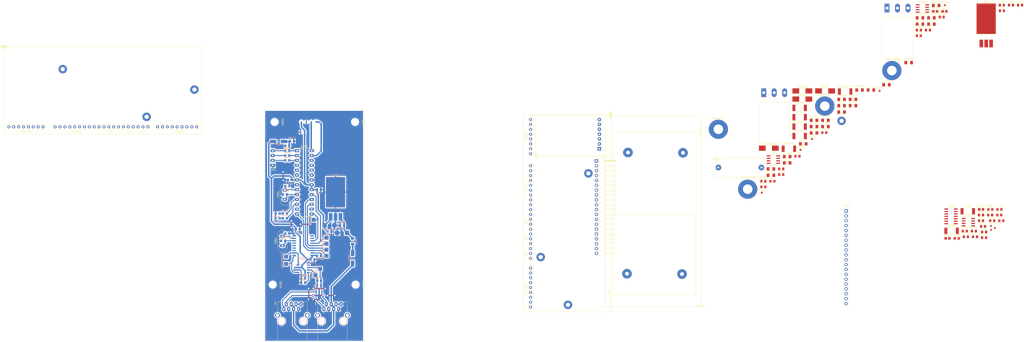
<source format=kicad_pcb>
(kicad_pcb (version 20171130) (host pcbnew 5.1.6)
  (layers (0 F.Cu jumper) (31 B.Cu signal) (34 B.Paste user) (35 F.Paste user) (36 B.SilkS user) (37 F.SilkS user) (38 B.Mask user) (39 F.Mask user) (44 Edge.Cuts user))
  (net 0 "")
  (net 1 GND)
  (net 2 +5V)
  (net 3 /MCU/RESET)
  (net 4 "Net-(C203-Pad1)")
  (net 5 "Net-(C204-Pad1)")
  (net 6 "Net-(C403-Pad1)")
  (net 7 "Net-(C404-Pad1)")
  (net 8 "Net-(C405-Pad2)")
  (net 9 /MCU/LED2)
  (net 10 /MCU/LED1)
  (net 11 "Net-(D501-Pad1)")
  (net 12 "/POWER SUPPLY/+18V_IN")
  (net 13 "/CANBUS CONN/CAN_L")
  (net 14 "/CANBUS CONN/CAN_H")
  (net 15 "Net-(R202-Pad1)")
  (net 16 "Net-(R203-Pad2)")
  (net 17 /MCU/USART_RX)
  (net 18 "Net-(J401-Pad3)")
  (net 19 "Net-(J401-Pad2)")
  (net 20 /MCU/USART_TX)
  (net 21 /MOSI)
  (net 22 /MISO)
  (net 23 /CANBUS/TXCAN)
  (net 24 /CANBUS/RXCAN)
  (net 25 /CANBUS/CS)
  (net 26 /SCK)
  (net 27 /CANBUS/INT)
  (net 28 "Net-(U401-Pad4)")
  (net 29 "Net-(U401-Pad5)")
  (net 30 "Net-(U401-Pad6)")
  (net 31 "Net-(U401-Pad13)")
  (net 32 "Net-(U201-Pad5)")
  (net 33 "Net-(U202-Pad3)")
  (net 34 "Net-(U202-Pad4)")
  (net 35 "Net-(U202-Pad5)")
  (net 36 "Net-(U202-Pad6)")
  (net 37 "Net-(U202-Pad11)")
  (net 38 "Net-(D402-Pad2)")
  (net 39 "Net-(D403-Pad2)")
  (net 40 "Net-(U202-Pad10)")
  (net 41 VCC)
  (net 42 +12V)
  (net 43 /Sheet5F261196/Vcc)
  (net 44 +5VA)
  (net 45 /Signal/V_Vbat)
  (net 46 /Signal/V_Vbat_ADC)
  (net 47 /Signal/V_Vpanel_ADC)
  (net 48 /Sheet5F261196/-B)
  (net 49 /Sheet5F261196/+Vp)
  (net 50 /Sheet5F261196/-Vp)
  (net 51 /Sheet5F261196/+B)
  (net 52 "Net-(Cs701-Pad2)")
  (net 53 /Sheet5F261196/HS)
  (net 54 "Net-(Cs702-Pad2)")
  (net 55 "Net-(Cs703-Pad2)")
  (net 56 "Net-(Cs704-Pad1)")
  (net 57 /Sheet5F261196/PanelShunt-)
  (net 58 "Net-(F701-Pad2)")
  (net 59 /Signal/PWM)
  (net 60 /Signal/BatOVInterrupt)
  (net 61 "Net-(J101-Pad16)")
  (net 62 "Net-(J101-Pad11)")
  (net 63 "Net-(J101-Pad10)")
  (net 64 "Net-(J101-Pad9)")
  (net 65 "Net-(J101-Pad8)")
  (net 66 "Net-(J101-Pad7)")
  (net 67 "Net-(J101-Pad6)")
  (net 68 "Net-(J101-Pad5)")
  (net 69 /Signal/V_Vpanel-)
  (net 70 /Signal/V_Vpanel+)
  (net 71 "Net-(J102-Pad20)")
  (net 72 "Net-(J102-Pad19)")
  (net 73 "Net-(J102-Pad18)")
  (net 74 "Net-(J102-Pad17)")
  (net 75 "Net-(J102-Pad16)")
  (net 76 "Net-(J102-Pad15)")
  (net 77 "Net-(J102-Pad14)")
  (net 78 "Net-(J102-Pad13)")
  (net 79 /Sheet5F261196/V_Vbat)
  (net 80 "Net-(J102-Pad11)")
  (net 81 "Net-(J102-Pad10)")
  (net 82 "Net-(J102-Pad9)")
  (net 83 "Net-(J102-Pad8)")
  (net 84 "Net-(J102-Pad7)")
  (net 85 "Net-(J102-Pad6)")
  (net 86 "Net-(J102-Pad5)")
  (net 87 "Net-(J102-Pad4)")
  (net 88 "Net-(J102-Pad3)")
  (net 89 /Sheet5F261196/V_Vpanel-)
  (net 90 /Sheet5F261196/V_Vpanel+)
  (net 91 /Sheet5F261196/PWM)
  (net 92 "Net-(J701-Pad4)")
  (net 93 "Net-(J701-Pad3)")
  (net 94 /Sheet5F261196/HG)
  (net 95 "Net-(Q702-Pad3)")
  (net 96 "Net-(Q702-Pad1)")
  (net 97 "Net-(R705-Pad1)")
  (net 98 "Net-(R710-Pad2)")
  (net 99 "Net-(R710-Pad1)")
  (net 100 "Net-(R711-Pad1)")
  (net 101 "Net-(R712-Pad1)")
  (net 102 "Net-(R713-Pad2)")
  (net 103 "Net-(R714-Pad1)")
  (net 104 /Sheet5F261196/BatShunt+)
  (net 105 "Net-(U101-Pad1)")
  (net 106 "Net-(U101-Pad18)")
  (net 107 "Net-(U101-Pad5)")
  (net 108 "Net-(U101-Pad9)")
  (net 109 "Net-(U101-Pad10)")
  (net 110 "Net-(U101-Pad11)")
  (net 111 "Net-(U101-Pad12)")
  (net 112 "Net-(U101-Pad13)")
  (net 113 "Net-(U101-Pad14)")
  (net 114 "Net-(U101-Pad16)")
  (net 115 "Net-(U101-Pad17)")
  (net 116 "Net-(U101-Pad19)")
  (net 117 "Net-(U101-Pad20)")
  (net 118 "Net-(U101-Pad21)")
  (net 119 "Net-(U101-Pad23)")
  (net 120 "Net-(U101-Pad24)")
  (net 121 "Net-(U101-Pad26)")
  (net 122 "Net-(U101-Pad27)")
  (net 123 "Net-(U101-Pad29)")
  (net 124 "Net-(U101-Pad30)")
  (net 125 /Sheet5F261196/V_Ipanel)
  (net 126 /Sheet5F261196/V_Ibat)
  (net 127 "Net-(U101-Pad35)")
  (net 128 "Net-(U101-Pad36)")
  (net 129 "Net-(U102-Pad9)")
  (net 130 "Net-(U102-Pad10)")
  (net 131 "Net-(U102-Pad11)")
  (net 132 "Net-(U102-Pad12)")
  (net 133 "Net-(U102-Pad13)")
  (net 134 "Net-(U102-Pad14)")
  (net 135 /MCU/PWM)
  (net 136 "Net-(U102-Pad16)")
  (net 137 "Net-(U102-Pad17)")
  (net 138 "Net-(U102-Pad19)")
  (net 139 "Net-(U102-Pad20)")
  (net 140 "Net-(U102-Pad21)")
  (net 141 "Net-(U102-Pad23)")
  (net 142 "Net-(U102-Pad24)")
  (net 143 "Net-(U102-Pad26)")
  (net 144 "Net-(U102-Pad27)")
  (net 145 "Net-(U102-Pad29)")
  (net 146 "Net-(U102-Pad30)")
  (net 147 /MCU/V_Ipanel_ADC)
  (net 148 /MCU/V_Ibat_ADC)
  (net 149 /MCU/V_Vpanel_ADC)
  (net 150 /MCU/V_Vbat_ADC)
  (net 151 "Net-(U102-Pad35)")
  (net 152 "Net-(U102-Pad36)")
  (net 153 "Net-(U401-Pad27)")
  (net 154 "Net-(U401-Pad28)")
  (net 155 "Net-(U703-Pad6)")
  (module Package_SO:SOIC-8_3.9x4.9mm_P1.27mm (layer F.Cu) (at 319.44 87.8)
    (fp_text reference U704 (at 0 -3.4) (layer F.SilkS))
    (fp_text value INA826)
    (pad 8 smd roundrect (at 2.475 -1.905) (size 1.95 0.6) (layers F.Cu F.Paste F.Mask) (net 44 +5VA))
    (pad 7 smd roundrect (at 2.475 -0.635) (size 1.95 0.6) (layers F.Cu F.Paste F.Mask) (net 102 "Net-(R713-Pad2)"))
    (pad 6 smd roundrect (at 2.475 0.635) (size 1.95 0.6) (layers F.Cu F.Paste F.Mask) (net 1 GND))
    (pad 5 smd roundrect (at 2.475 1.905) (size 1.95 0.6) (layers F.Cu F.Paste F.Mask) (net 1 GND))
    (pad 4 smd roundrect (at -2.475 1.905) (size 1.95 0.6) (layers F.Cu F.Paste F.Mask) (net 69 /Signal/V_Vpanel-))
    (pad 3 smd roundrect (at -2.475 0.635) (size 1.95 0.6) (layers F.Cu F.Paste F.Mask) (net 99 "Net-(R710-Pad1)"))
    (pad 2 smd roundrect (at -2.475 -0.635) (size 1.95 0.6) (layers F.Cu F.Paste F.Mask) (net 98 "Net-(R710-Pad2)"))
    (pad 1 smd roundrect (at -2.475 -1.905) (size 1.95 0.6) (layers F.Cu F.Paste F.Mask) (net 70 /Signal/V_Vpanel+))
  )
  (module Package_SO:SOIC-14_3.9x8.7mm_P1.27mm (layer F.Cu) (at 310.39 84.79)
    (fp_text reference U703 (at 0 -5.28) (layer F.SilkS))
    (fp_text value LM324)
    (pad 14 smd roundrect (at 2.475 -3.81) (size 1.95 0.6) (layers F.Cu F.Paste F.Mask) (net 100 "Net-(R711-Pad1)"))
    (pad 13 smd roundrect (at 2.475 -2.54) (size 1.95 0.6) (layers F.Cu F.Paste F.Mask) (net 45 /Signal/V_Vbat))
    (pad 12 smd roundrect (at 2.475 -1.27) (size 1.95 0.6) (layers F.Cu F.Paste F.Mask) (net 97 "Net-(R705-Pad1)"))
    (pad 11 smd roundrect (at 2.475 0) (size 1.95 0.6) (layers F.Cu F.Paste F.Mask) (net 1 GND))
    (pad 10 smd roundrect (at 2.475 1.27) (size 1.95 0.6) (layers F.Cu F.Paste F.Mask) (net 45 /Signal/V_Vbat))
    (pad 9 smd roundrect (at 2.475 2.54) (size 1.95 0.6) (layers F.Cu F.Paste F.Mask) (net 101 "Net-(R712-Pad1)"))
    (pad 8 smd roundrect (at 2.475 3.81) (size 1.95 0.6) (layers F.Cu F.Paste F.Mask) (net 101 "Net-(R712-Pad1)"))
    (pad 7 smd roundrect (at -2.475 3.81) (size 1.95 0.6) (layers F.Cu F.Paste F.Mask) (net 155 "Net-(U703-Pad6)"))
    (pad 6 smd roundrect (at -2.475 2.54) (size 1.95 0.6) (layers F.Cu F.Paste F.Mask) (net 155 "Net-(U703-Pad6)"))
    (pad 5 smd roundrect (at -2.475 1.27) (size 1.95 0.6) (layers F.Cu F.Paste F.Mask) (net 1 GND))
    (pad 4 smd roundrect (at -2.475 0) (size 1.95 0.6) (layers F.Cu F.Paste F.Mask) (net 44 +5VA))
    (pad 3 smd roundrect (at -2.475 -1.27) (size 1.95 0.6) (layers F.Cu F.Paste F.Mask) (net 103 "Net-(R714-Pad1)"))
    (pad 2 smd roundrect (at -2.475 -2.54) (size 1.95 0.6) (layers F.Cu F.Paste F.Mask) (net 100 "Net-(R711-Pad1)"))
    (pad 1 smd roundrect (at -2.475 -3.81) (size 1.95 0.6) (layers F.Cu F.Paste F.Mask) (net 60 /Signal/BatOVInterrupt))
  )
  (module Package_SO:SOIC-8_3.9x4.9mm_P1.27mm (layer F.Cu) (at 295.49 -23.65)
    (fp_text reference U702 (at 0 -3.4) (layer F.SilkS))
    (fp_text value INA240A4D)
    (pad 8 smd roundrect (at 2.475 -1.905) (size 1.95 0.6) (layers F.Cu F.Paste F.Mask) (net 104 /Sheet5F261196/BatShunt+))
    (pad 7 smd roundrect (at 2.475 -0.635) (size 1.95 0.6) (layers F.Cu F.Paste F.Mask) (net 1 GND))
    (pad 6 smd roundrect (at 2.475 0.635) (size 1.95 0.6) (layers F.Cu F.Paste F.Mask) (net 2 +5V))
    (pad 5 smd roundrect (at 2.475 1.905) (size 1.95 0.6) (layers F.Cu F.Paste F.Mask) (net 126 /Sheet5F261196/V_Ibat))
    (pad 4 smd roundrect (at -2.475 1.905) (size 1.95 0.6) (layers F.Cu F.Paste F.Mask) (net 1 GND))
    (pad 3 smd roundrect (at -2.475 0.635) (size 1.95 0.6) (layers F.Cu F.Paste F.Mask) (net 1 GND))
    (pad 2 smd roundrect (at -2.475 -0.635) (size 1.95 0.6) (layers F.Cu F.Paste F.Mask) (net 1 GND))
    (pad 1 smd roundrect (at -2.475 -1.905) (size 1.95 0.6) (layers F.Cu F.Paste F.Mask) (net 48 /Sheet5F261196/-B))
  )
  (module Package_SO:SOIC-8_3.9x4.9mm_P1.27mm (layer F.Cu) (at 217.87 55.19)
    (fp_text reference U701 (at 0 -3.4) (layer F.SilkS))
    (fp_text value INA240A4D)
    (pad 8 smd roundrect (at 2.475 -1.905) (size 1.95 0.6) (layers F.Cu F.Paste F.Mask) (net 50 /Sheet5F261196/-Vp))
    (pad 7 smd roundrect (at 2.475 -0.635) (size 1.95 0.6) (layers F.Cu F.Paste F.Mask) (net 1 GND))
    (pad 6 smd roundrect (at 2.475 0.635) (size 1.95 0.6) (layers F.Cu F.Paste F.Mask) (net 2 +5V))
    (pad 5 smd roundrect (at 2.475 1.905) (size 1.95 0.6) (layers F.Cu F.Paste F.Mask) (net 125 /Sheet5F261196/V_Ipanel))
    (pad 4 smd roundrect (at -2.475 1.905) (size 1.95 0.6) (layers F.Cu F.Paste F.Mask) (net 1 GND))
    (pad 3 smd roundrect (at -2.475 0.635) (size 1.95 0.6) (layers F.Cu F.Paste F.Mask) (net 1 GND))
    (pad 2 smd roundrect (at -2.475 -0.635) (size 1.95 0.6) (layers F.Cu F.Paste F.Mask) (net 1 GND))
    (pad 1 smd roundrect (at -2.475 -1.905) (size 1.95 0.6) (layers F.Cu F.Paste F.Mask) (net 57 /Sheet5F261196/PanelShunt-))
  )
  (module KicadZeniteSolarLibrary18:TO-220-3_Horizontal_TabDown_SMD (layer F.Cu) (at 326.19 -6.64)
    (fp_text reference U301 (at 2.54 -20.58) (layer F.SilkS))
    (fp_text value LM7812_TO220)
    (pad "" smd rect (at 2.54 -11.684) (size 10 16) (layers F.Cu F.Paste F.Mask))
    (pad 1 smd rect (at 0 1.27) (size 1.905 4) (layers F.Cu F.Paste F.Mask) (net 41 VCC))
    (pad 2 smd rect (at 2.54 1.27) (size 1.905 4) (layers F.Cu F.Paste F.Mask) (net 1 GND))
    (pad 3 smd rect (at 5.08 1.27) (size 1.905 4) (layers F.Cu F.Paste F.Mask) (net 42 +12V))
  )
  (module KicadZeniteSolarLibrary18:ZCS18 (layer F.Cu) (at -182.88 -3.81)
    (fp_text reference U102 (at 0 0.5) (layer F.SilkS))
    (fp_text value ZCS)
    (fp_text user POWER (at 11.43 44.45) (layer F.SilkS))
    (fp_text user DIGITAL (at 38.1 44.45) (layer F.SilkS))
    (fp_text user SPI (at 0 0) (layer F.SilkS))
    (fp_text user SPI (at 55.88 44.45) (layer F.SilkS))
    (fp_text user I2C (at 64.77 44.45) (layer F.SilkS))
    (fp_text user UART (at 0 0) (layer F.SilkS))
    (fp_text user UART (at 72.39 44.45) (layer F.SilkS))
    (fp_text user ANALOG (at 91.44 44.45) (layer F.SilkS))
    (pad 1 thru_hole circle (at 2.54 41.91) (size 1.524 1.524) (drill 0.762) (layers *.Cu *.Mask) (net 41 VCC))
    (pad 2 thru_hole circle (at 5.08 41.91) (size 1.524 1.524) (drill 0.762) (layers *.Cu *.Mask) (net 1 GND))
    (pad 3 thru_hole circle (at 7.62 41.91) (size 1.524 1.524) (drill 0.762) (layers *.Cu *.Mask) (net 1 GND))
    (pad 4 thru_hole circle (at 10.16 41.91) (size 1.524 1.524) (drill 0.762) (layers *.Cu *.Mask) (net 1 GND))
    (pad 5 thru_hole circle (at 12.7 41.91) (size 1.524 1.524) (drill 0.762) (layers *.Cu *.Mask) (net 2 +5V))
    (pad 6 thru_hole circle (at 15.24 41.91) (size 1.524 1.524) (drill 0.762) (layers *.Cu *.Mask) (net 1 GND))
    (pad 7 thru_hole circle (at 17.78 41.91) (size 1.524 1.524) (drill 0.762) (layers *.Cu *.Mask) (net 1 GND))
    (pad 8 thru_hole circle (at 20.32 41.91) (size 1.524 1.524) (drill 0.762) (layers *.Cu *.Mask) (net 1 GND))
    (pad 9 thru_hole circle (at 26.67 41.91) (size 1.524 1.524) (drill 0.762) (layers *.Cu *.Mask) (net 129 "Net-(U102-Pad9)"))
    (pad 10 thru_hole circle (at 29.21 41.91) (size 1.524 1.524) (drill 0.762) (layers *.Cu *.Mask) (net 130 "Net-(U102-Pad10)"))
    (pad 11 thru_hole circle (at 31.75 41.91) (size 1.524 1.524) (drill 0.762) (layers *.Cu *.Mask) (net 131 "Net-(U102-Pad11)"))
    (pad 12 thru_hole circle (at 34.29 41.91) (size 1.524 1.524) (drill 0.762) (layers *.Cu *.Mask) (net 132 "Net-(U102-Pad12)"))
    (pad 13 thru_hole circle (at 36.83 41.91) (size 1.524 1.524) (drill 0.762) (layers *.Cu *.Mask) (net 133 "Net-(U102-Pad13)"))
    (pad 14 thru_hole circle (at 39.37 41.91) (size 1.524 1.524) (drill 0.762) (layers *.Cu *.Mask) (net 134 "Net-(U102-Pad14)"))
    (pad 15 thru_hole circle (at 41.91 41.91) (size 1.524 1.524) (drill 0.762) (layers *.Cu *.Mask) (net 135 /MCU/PWM))
    (pad 16 thru_hole circle (at 44.45 41.91) (size 1.524 1.524) (drill 0.762) (layers *.Cu *.Mask) (net 136 "Net-(U102-Pad16)"))
    (pad 17 thru_hole circle (at 46.99 41.91) (size 1.524 1.524) (drill 0.762) (layers *.Cu *.Mask) (net 137 "Net-(U102-Pad17)"))
    (pad 18 thru_hole circle (at 49.53 41.91) (size 1.524 1.524) (drill 0.762) (layers *.Cu *.Mask) (net 1 GND))
    (pad 19 thru_hole circle (at 52.07 41.91) (size 1.524 1.524) (drill 0.762) (layers *.Cu *.Mask) (net 138 "Net-(U102-Pad19)"))
    (pad 20 thru_hole circle (at 54.61 41.91) (size 1.524 1.524) (drill 0.762) (layers *.Cu *.Mask) (net 139 "Net-(U102-Pad20)"))
    (pad 21 thru_hole circle (at 57.15 41.91) (size 1.524 1.524) (drill 0.762) (layers *.Cu *.Mask) (net 140 "Net-(U102-Pad21)"))
    (pad 22 thru_hole circle (at 59.69 41.91) (size 1.524 1.524) (drill 0.762) (layers *.Cu *.Mask) (net 1 GND))
    (pad 23 thru_hole circle (at 62.23 41.91) (size 1.524 1.524) (drill 0.762) (layers *.Cu *.Mask) (net 141 "Net-(U102-Pad23)"))
    (pad 24 thru_hole circle (at 64.77 41.91) (size 1.524 1.524) (drill 0.762) (layers *.Cu *.Mask) (net 142 "Net-(U102-Pad24)"))
    (pad 25 thru_hole circle (at 67.31 41.91) (size 1.524 1.524) (drill 0.762) (layers *.Cu *.Mask) (net 1 GND))
    (pad 26 thru_hole circle (at 69.85 41.91) (size 1.524 1.524) (drill 0.762) (layers *.Cu *.Mask) (net 143 "Net-(U102-Pad26)"))
    (pad 27 thru_hole circle (at 72.39 41.91) (size 1.524 1.524) (drill 0.762) (layers *.Cu *.Mask) (net 144 "Net-(U102-Pad27)"))
    (pad 28 thru_hole circle (at 74.93 41.91) (size 1.524 1.524) (drill 0.762) (layers *.Cu *.Mask) (net 1 GND))
    (pad 29 thru_hole circle (at 80.01 41.91) (size 1.524 1.524) (drill 0.762) (layers *.Cu *.Mask) (net 145 "Net-(U102-Pad29)"))
    (pad 30 thru_hole circle (at 82.55 41.91) (size 1.524 1.524) (drill 0.762) (layers *.Cu *.Mask) (net 146 "Net-(U102-Pad30)"))
    (pad 31 thru_hole circle (at 85.09 41.91) (size 1.524 1.524) (drill 0.762) (layers *.Cu *.Mask) (net 147 /MCU/V_Ipanel_ADC))
    (pad 32 thru_hole circle (at 87.63 41.91) (size 1.524 1.524) (drill 0.762) (layers *.Cu *.Mask) (net 148 /MCU/V_Ibat_ADC))
    (pad 33 thru_hole circle (at 90.17 41.91) (size 1.524 1.524) (drill 0.762) (layers *.Cu *.Mask) (net 149 /MCU/V_Vpanel_ADC))
    (pad 34 thru_hole circle (at 92.71 41.91) (size 1.524 1.524) (drill 0.762) (layers *.Cu *.Mask) (net 150 /MCU/V_Vbat_ADC))
    (pad 35 thru_hole circle (at 95.25 41.91) (size 1.524 1.524) (drill 0.762) (layers *.Cu *.Mask) (net 151 "Net-(U102-Pad35)"))
    (pad 36 thru_hole circle (at 97.79 41.91) (size 1.524 1.524) (drill 0.762) (layers *.Cu *.Mask) (net 152 "Net-(U102-Pad36)"))
    (pad 37 thru_hole circle (at 100.33 41.91) (size 1.524 1.524) (drill 0.762) (layers *.Cu *.Mask) (net 1 GND))
    (pad 38 thru_hole circle (at 74.295 36.679274) (size 4.4 4.4) (drill 2.2) (layers *.Cu *.Mask))
    (pad 39 thru_hole circle (at 99.187 22.479) (size 4.4 4.4) (drill 2.2) (layers *.Cu *.Mask))
    (pad 40 thru_hole circle (at 30.608 11.811) (size 4.4 4.4) (drill 2.2) (layers *.Cu *.Mask))
  )
  (module KicadZeniteSolarLibrary18:ZCS18 (layer F.Cu) (at 133.35 31.75 270)
    (fp_text reference U101 (at 0 0.5 90) (layer F.SilkS))
    (fp_text value ZCS)
    (fp_text user POWER (at 11.43 44.45 90) (layer F.SilkS))
    (fp_text user DIGITAL (at 38.1 44.45 90) (layer F.SilkS))
    (fp_text user SPI (at 0 0 90) (layer F.SilkS))
    (fp_text user SPI (at 55.88 44.45 90) (layer F.SilkS))
    (fp_text user I2C (at 64.77 44.45 90) (layer F.SilkS))
    (fp_text user UART (at 0 0 90) (layer F.SilkS))
    (fp_text user UART (at 72.39 44.45 90) (layer F.SilkS))
    (fp_text user ANALOG (at 91.44 44.45 90) (layer F.SilkS))
    (pad 1 thru_hole circle (at 2.54 41.91 270) (size 1.524 1.524) (drill 0.762) (layers *.Cu *.Mask) (net 105 "Net-(U101-Pad1)"))
    (pad 2 thru_hole circle (at 5.08 41.91 270) (size 1.524 1.524) (drill 0.762) (layers *.Cu *.Mask) (net 106 "Net-(U101-Pad18)"))
    (pad 3 thru_hole circle (at 7.62 41.91 270) (size 1.524 1.524) (drill 0.762) (layers *.Cu *.Mask) (net 106 "Net-(U101-Pad18)"))
    (pad 4 thru_hole circle (at 10.16 41.91 270) (size 1.524 1.524) (drill 0.762) (layers *.Cu *.Mask) (net 106 "Net-(U101-Pad18)"))
    (pad 5 thru_hole circle (at 12.7 41.91 270) (size 1.524 1.524) (drill 0.762) (layers *.Cu *.Mask) (net 107 "Net-(U101-Pad5)"))
    (pad 6 thru_hole circle (at 15.24 41.91 270) (size 1.524 1.524) (drill 0.762) (layers *.Cu *.Mask) (net 106 "Net-(U101-Pad18)"))
    (pad 7 thru_hole circle (at 17.78 41.91 270) (size 1.524 1.524) (drill 0.762) (layers *.Cu *.Mask) (net 106 "Net-(U101-Pad18)"))
    (pad 8 thru_hole circle (at 20.32 41.91 270) (size 1.524 1.524) (drill 0.762) (layers *.Cu *.Mask) (net 106 "Net-(U101-Pad18)"))
    (pad 9 thru_hole circle (at 26.67 41.91 270) (size 1.524 1.524) (drill 0.762) (layers *.Cu *.Mask) (net 108 "Net-(U101-Pad9)"))
    (pad 10 thru_hole circle (at 29.21 41.91 270) (size 1.524 1.524) (drill 0.762) (layers *.Cu *.Mask) (net 109 "Net-(U101-Pad10)"))
    (pad 11 thru_hole circle (at 31.75 41.91 270) (size 1.524 1.524) (drill 0.762) (layers *.Cu *.Mask) (net 110 "Net-(U101-Pad11)"))
    (pad 12 thru_hole circle (at 34.29 41.91 270) (size 1.524 1.524) (drill 0.762) (layers *.Cu *.Mask) (net 111 "Net-(U101-Pad12)"))
    (pad 13 thru_hole circle (at 36.83 41.91 270) (size 1.524 1.524) (drill 0.762) (layers *.Cu *.Mask) (net 112 "Net-(U101-Pad13)"))
    (pad 14 thru_hole circle (at 39.37 41.91 270) (size 1.524 1.524) (drill 0.762) (layers *.Cu *.Mask) (net 113 "Net-(U101-Pad14)"))
    (pad 15 thru_hole circle (at 41.91 41.91 270) (size 1.524 1.524) (drill 0.762) (layers *.Cu *.Mask) (net 91 /Sheet5F261196/PWM))
    (pad 16 thru_hole circle (at 44.45 41.91 270) (size 1.524 1.524) (drill 0.762) (layers *.Cu *.Mask) (net 114 "Net-(U101-Pad16)"))
    (pad 17 thru_hole circle (at 46.99 41.91 270) (size 1.524 1.524) (drill 0.762) (layers *.Cu *.Mask) (net 115 "Net-(U101-Pad17)"))
    (pad 18 thru_hole circle (at 49.53 41.91 270) (size 1.524 1.524) (drill 0.762) (layers *.Cu *.Mask) (net 106 "Net-(U101-Pad18)"))
    (pad 19 thru_hole circle (at 52.07 41.91 270) (size 1.524 1.524) (drill 0.762) (layers *.Cu *.Mask) (net 116 "Net-(U101-Pad19)"))
    (pad 20 thru_hole circle (at 54.61 41.91 270) (size 1.524 1.524) (drill 0.762) (layers *.Cu *.Mask) (net 117 "Net-(U101-Pad20)"))
    (pad 21 thru_hole circle (at 57.15 41.91 270) (size 1.524 1.524) (drill 0.762) (layers *.Cu *.Mask) (net 118 "Net-(U101-Pad21)"))
    (pad 22 thru_hole circle (at 59.69 41.91 270) (size 1.524 1.524) (drill 0.762) (layers *.Cu *.Mask) (net 106 "Net-(U101-Pad18)"))
    (pad 23 thru_hole circle (at 62.23 41.91 270) (size 1.524 1.524) (drill 0.762) (layers *.Cu *.Mask) (net 119 "Net-(U101-Pad23)"))
    (pad 24 thru_hole circle (at 64.77 41.91 270) (size 1.524 1.524) (drill 0.762) (layers *.Cu *.Mask) (net 120 "Net-(U101-Pad24)"))
    (pad 25 thru_hole circle (at 67.31 41.91 270) (size 1.524 1.524) (drill 0.762) (layers *.Cu *.Mask) (net 106 "Net-(U101-Pad18)"))
    (pad 26 thru_hole circle (at 69.85 41.91 270) (size 1.524 1.524) (drill 0.762) (layers *.Cu *.Mask) (net 121 "Net-(U101-Pad26)"))
    (pad 27 thru_hole circle (at 72.39 41.91 270) (size 1.524 1.524) (drill 0.762) (layers *.Cu *.Mask) (net 122 "Net-(U101-Pad27)"))
    (pad 28 thru_hole circle (at 74.93 41.91 270) (size 1.524 1.524) (drill 0.762) (layers *.Cu *.Mask) (net 106 "Net-(U101-Pad18)"))
    (pad 29 thru_hole circle (at 80.01 41.91 270) (size 1.524 1.524) (drill 0.762) (layers *.Cu *.Mask) (net 123 "Net-(U101-Pad29)"))
    (pad 30 thru_hole circle (at 82.55 41.91 270) (size 1.524 1.524) (drill 0.762) (layers *.Cu *.Mask) (net 124 "Net-(U101-Pad30)"))
    (pad 31 thru_hole circle (at 85.09 41.91 270) (size 1.524 1.524) (drill 0.762) (layers *.Cu *.Mask) (net 125 /Sheet5F261196/V_Ipanel))
    (pad 32 thru_hole circle (at 87.63 41.91 270) (size 1.524 1.524) (drill 0.762) (layers *.Cu *.Mask) (net 126 /Sheet5F261196/V_Ibat))
    (pad 33 thru_hole circle (at 90.17 41.91 270) (size 1.524 1.524) (drill 0.762) (layers *.Cu *.Mask) (net 87 "Net-(J102-Pad4)"))
    (pad 34 thru_hole circle (at 92.71 41.91 270) (size 1.524 1.524) (drill 0.762) (layers *.Cu *.Mask) (net 76 "Net-(J102-Pad15)"))
    (pad 35 thru_hole circle (at 95.25 41.91 270) (size 1.524 1.524) (drill 0.762) (layers *.Cu *.Mask) (net 127 "Net-(U101-Pad35)"))
    (pad 36 thru_hole circle (at 97.79 41.91 270) (size 1.524 1.524) (drill 0.762) (layers *.Cu *.Mask) (net 128 "Net-(U101-Pad36)"))
    (pad 37 thru_hole circle (at 100.33 41.91 270) (size 1.524 1.524) (drill 0.762) (layers *.Cu *.Mask) (net 106 "Net-(U101-Pad18)"))
    (pad 38 thru_hole circle (at 74.295 36.679274 270) (size 4.4 4.4) (drill 2.2) (layers *.Cu *.Mask))
    (pad 39 thru_hole circle (at 99.187 22.479 270) (size 4.4 4.4) (drill 2.2) (layers *.Cu *.Mask))
    (pad 40 thru_hole circle (at 30.608 11.811 270) (size 4.4 4.4) (drill 2.2) (layers *.Cu *.Mask))
  )
  (module Diode_SMD:D_0805_2012Metric_Castellated (layer F.Cu) (at 302.16 -22.115)
    (fp_text reference Tvs702 (at 0 -1.6) (layer F.SilkS))
    (fp_text value Tvs)
    (pad 2 smd roundrect (at 0.9625 0) (size 1.325 1.3) (layers F.Cu F.Paste F.Mask) (roundrect_rratio 0.192308) (net 1 GND))
    (pad 1 smd roundrect (at -0.9625 0) (size 1.325 1.3) (layers F.Cu F.Paste F.Mask) (roundrect_rratio 0.192308) (net 2 +5V))
  )
  (module Diode_SMD:D_0805_2012Metric_Castellated (layer F.Cu) (at 307.01 -22.115)
    (fp_text reference Tvs701 (at 0 -1.6) (layer F.SilkS))
    (fp_text value Tvs)
    (pad 2 smd roundrect (at 0.9625 0) (size 1.325 1.3) (layers F.Cu F.Paste F.Mask) (roundrect_rratio 0.192308) (net 1 GND))
    (pad 1 smd roundrect (at -0.9625 0) (size 1.325 1.3) (layers F.Cu F.Paste F.Mask) (roundrect_rratio 0.192308) (net 2 +5V))
  )
  (module TestPoint:TestPoint_Pad_D1.0mm (layer F.Cu) (at 237.95 44.44)
    (fp_text reference TP705 (at 0 -1.448) (layer F.SilkS))
    (fp_text value TestPoint_Probe)
    (pad 1 smd circle (at 0 0) (size 1 1) (layers F.Cu F.Mask) (net 94 /Sheet5F261196/HG))
  )
  (module TestPoint:TestPoint_Pad_D1.0mm (layer F.Cu) (at 273.2 19.32)
    (fp_text reference TP704 (at 0 -1.448) (layer F.SilkS))
    (fp_text value TestPoint_Probe)
    (pad 1 smd circle (at 0 0) (size 1 1) (layers F.Cu F.Mask) (net 53 /Sheet5F261196/HS))
  )
  (module TestPoint:TestPoint_Pad_D1.0mm (layer F.Cu) (at 307.19 -25.35)
    (fp_text reference TP703 (at 0 -1.448) (layer F.SilkS))
    (fp_text value TestPoint_Probe)
    (pad 1 smd circle (at 0 0) (size 1 1) (layers F.Cu F.Mask) (net 49 /Sheet5F261196/+Vp))
  )
  (module TestPoint:TestPoint_Pad_D1.0mm (layer F.Cu) (at 232 50.12)
    (fp_text reference TP702 (at 0 -1.448) (layer F.SilkS))
    (fp_text value TestPoint_Probe)
    (pad 1 smd circle (at 0 0) (size 1 1) (layers F.Cu F.Mask) (net 48 /Sheet5F261196/-B))
  )
  (module TestPoint:TestPoint_Pad_D1.0mm (layer F.Cu) (at 211.8 72.42)
    (fp_text reference TP701 (at 0 -1.448) (layer F.SilkS))
    (fp_text value TestPoint_Probe)
    (pad 1 smd circle (at 0 0) (size 1 1) (layers F.Cu F.Mask) (net 53 /Sheet5F261196/HS))
  )
  (module MountingHole:MountingHole_5mm_Pad (layer F.Cu) (at 244.65 27.27)
    (fp_text reference Screw704 (at 0 -6) (layer F.SilkS))
    (fp_text value -P)
    (pad 1 thru_hole circle (at 0 0) (size 10 10) (drill 5) (layers *.Cu *.Mask) (net 58 "Net-(F701-Pad2)"))
  )
  (module MountingHole:MountingHole_5mm_Pad (layer F.Cu) (at 204.5 70.62)
    (fp_text reference Screw703 (at 0 -6) (layer F.SilkS))
    (fp_text value +P)
    (pad 1 thru_hole circle (at 0 0) (size 10 10) (drill 5) (layers *.Cu *.Mask) (net 49 /Sheet5F261196/+Vp))
  )
  (module MountingHole:MountingHole_5mm_Pad (layer F.Cu) (at 279.59 8.73)
    (fp_text reference Screw702 (at 0 -6) (layer F.SilkS))
    (fp_text value -B)
    (pad 1 thru_hole circle (at 0 0) (size 10 10) (drill 5) (layers *.Cu *.Mask) (net 104 /Sheet5F261196/BatShunt+))
  )
  (module MountingHole:MountingHole_5mm_Pad (layer F.Cu) (at 189.23 39.37)
    (fp_text reference Screw701 (at 0 -6) (layer F.SilkS))
    (fp_text value +B)
    (pad 1 thru_hole circle (at 0 0) (size 10 10) (drill 5) (layers *.Cu *.Mask) (net 51 /Sheet5F261196/+B))
  )
  (module Resistor_SMD:R_2512_6332Metric_Pad1.52x3.35mm_HandSolder (layer F.Cu) (at 231.55 37.97)
    (fp_text reference Rshunt702 (at 0 -2.62) (layer F.SilkS))
    (fp_text value 1500uR)
    (pad 2 smd roundrect (at 2.9875 0) (size 1.525 3.35) (layers F.Cu F.Paste F.Mask) (roundrect_rratio 0.163934) (net 57 /Sheet5F261196/PanelShunt-))
    (pad 1 smd roundrect (at -2.9875 0) (size 1.525 3.35) (layers F.Cu F.Paste F.Mask) (roundrect_rratio 0.163934) (net 50 /Sheet5F261196/-Vp))
  )
  (module Resistor_SMD:R_2512_6332Metric_Pad1.52x3.35mm_HandSolder (layer F.Cu) (at 255.25 19.69)
    (fp_text reference Rshunt701 (at 0 -2.62) (layer F.SilkS))
    (fp_text value 1500uR)
    (pad 2 smd roundrect (at 2.9875 0) (size 1.525 3.35) (layers F.Cu F.Paste F.Mask) (roundrect_rratio 0.163934) (net 48 /Sheet5F261196/-B))
    (pad 1 smd roundrect (at -2.9875 0) (size 1.525 3.35) (layers F.Cu F.Paste F.Mask) (roundrect_rratio 0.163934) (net 104 /Sheet5F261196/BatShunt+))
  )
  (module Resistor_SMD:R_2512_6332Metric_Pad1.52x3.35mm_HandSolder (layer F.Cu) (at 231.55 42.86)
    (fp_text reference Rs704 (at 0 -2.62) (layer F.SilkS))
    (fp_text value 100)
    (pad 2 smd roundrect (at 2.9875 0) (size 1.525 3.35) (layers F.Cu F.Paste F.Mask) (roundrect_rratio 0.163934) (net 56 "Net-(Cs704-Pad1)"))
    (pad 1 smd roundrect (at -2.9875 0) (size 1.525 3.35) (layers F.Cu F.Paste F.Mask) (roundrect_rratio 0.163934) (net 53 /Sheet5F261196/HS))
  )
  (module Resistor_SMD:R_2512_6332Metric_Pad1.52x3.35mm_HandSolder (layer F.Cu) (at 225.95 49.52)
    (fp_text reference Rs703 (at 0 -2.62) (layer F.SilkS))
    (fp_text value 100)
    (pad 2 smd roundrect (at 2.9875 0) (size 1.525 3.35) (layers F.Cu F.Paste F.Mask) (roundrect_rratio 0.163934) (net 49 /Sheet5F261196/+Vp))
    (pad 1 smd roundrect (at -2.9875 0) (size 1.525 3.35) (layers F.Cu F.Paste F.Mask) (roundrect_rratio 0.163934) (net 55 "Net-(Cs703-Pad2)"))
  )
  (module Resistor_SMD:R_2512_6332Metric_Pad1.52x3.35mm_HandSolder (layer F.Cu) (at 231.55 33.08)
    (fp_text reference Rs702 (at 0 -2.62) (layer F.SilkS))
    (fp_text value 100)
    (pad 2 smd roundrect (at 2.9875 0) (size 1.525 3.35) (layers F.Cu F.Paste F.Mask) (roundrect_rratio 0.163934) (net 53 /Sheet5F261196/HS))
    (pad 1 smd roundrect (at -2.9875 0) (size 1.525 3.35) (layers F.Cu F.Paste F.Mask) (roundrect_rratio 0.163934) (net 54 "Net-(Cs702-Pad2)"))
  )
  (module Resistor_SMD:R_2512_6332Metric_Pad1.52x3.35mm_HandSolder (layer F.Cu) (at 231.55 28.19)
    (fp_text reference Rs701 (at 0 -2.62) (layer F.SilkS))
    (fp_text value 100)
    (pad 2 smd roundrect (at 2.9875 0) (size 1.525 3.35) (layers F.Cu F.Paste F.Mask) (roundrect_rratio 0.163934) (net 48 /Sheet5F261196/-B))
    (pad 1 smd roundrect (at -2.9875 0) (size 1.525 3.35) (layers F.Cu F.Paste F.Mask) (roundrect_rratio 0.163934) (net 52 "Net-(Cs701-Pad2)"))
  )
  (module Resistor_SMD:R_0805_2012Metric_Pad1.15x1.40mm_HandSolder (layer F.Cu) (at 305.54 -19.17)
    (fp_text reference Rg701 (at 0 -1.65) (layer F.SilkS))
    (fp_text value 10k)
    (pad 2 smd roundrect (at 1.025 0) (size 1.15 1.4) (layers F.Cu F.Paste F.Mask) (roundrect_rratio 0.217391) (net 53 /Sheet5F261196/HS))
    (pad 1 smd roundrect (at -1.025 0) (size 1.15 1.4) (layers F.Cu F.Paste F.Mask) (roundrect_rratio 0.217391) (net 94 /Sheet5F261196/HG))
  )
  (module Resistor_SMD:R_0805_2012Metric_Pad1.15x1.40mm_HandSolder (layer F.Cu) (at 336.59 87.06)
    (fp_text reference R717 (at 0 -1.65) (layer F.SilkS))
    (fp_text value 100)
    (pad 2 smd roundrect (at 1.025 0) (size 1.15 1.4) (layers F.Cu F.Paste F.Mask) (roundrect_rratio 0.217391) (net 95 "Net-(Q702-Pad3)"))
    (pad 1 smd roundrect (at -1.025 0) (size 1.15 1.4) (layers F.Cu F.Paste F.Mask) (roundrect_rratio 0.217391) (net 59 /Signal/PWM))
  )
  (module Resistor_SMD:R_0805_2012Metric_Pad1.15x1.40mm_HandSolder (layer F.Cu) (at 327.64 95.9)
    (fp_text reference R716 (at 0 -1.65) (layer F.SilkS))
    (fp_text value 220)
    (pad 2 smd roundrect (at 1.025 0) (size 1.15 1.4) (layers F.Cu F.Paste F.Mask) (roundrect_rratio 0.217391) (net 60 /Signal/BatOVInterrupt))
    (pad 1 smd roundrect (at -1.025 0) (size 1.15 1.4) (layers F.Cu F.Paste F.Mask) (roundrect_rratio 0.217391) (net 96 "Net-(Q702-Pad1)"))
  )
  (module Resistor_SMD:R_0805_2012Metric_Pad1.15x1.40mm_HandSolder (layer F.Cu) (at 327.64 92.95)
    (fp_text reference R715 (at 0 -1.65) (layer F.SilkS))
    (fp_text value 56k)
    (pad 2 smd roundrect (at 1.025 0) (size 1.15 1.4) (layers F.Cu F.Paste F.Mask) (roundrect_rratio 0.217391) (net 103 "Net-(R714-Pad1)"))
    (pad 1 smd roundrect (at -1.025 0) (size 1.15 1.4) (layers F.Cu F.Paste F.Mask) (roundrect_rratio 0.217391) (net 1 GND))
  )
  (module Resistor_SMD:R_0805_2012Metric_Pad1.15x1.40mm_HandSolder (layer F.Cu) (at 331.84 87.06)
    (fp_text reference R714 (at 0 -1.65) (layer F.SilkS))
    (fp_text value 100k)
    (pad 2 smd roundrect (at 1.025 0) (size 1.15 1.4) (layers F.Cu F.Paste F.Mask) (roundrect_rratio 0.217391) (net 44 +5VA))
    (pad 1 smd roundrect (at -1.025 0) (size 1.15 1.4) (layers F.Cu F.Paste F.Mask) (roundrect_rratio 0.217391) (net 103 "Net-(R714-Pad1)"))
  )
  (module Resistor_SMD:R_0805_2012Metric_Pad1.15x1.40mm_HandSolder (layer F.Cu) (at 335.54 84.11)
    (fp_text reference R713 (at 0 -1.65) (layer F.SilkS))
    (fp_text value 150)
    (pad 2 smd roundrect (at 1.025 0) (size 1.15 1.4) (layers F.Cu F.Paste F.Mask) (roundrect_rratio 0.217391) (net 102 "Net-(R713-Pad2)"))
    (pad 1 smd roundrect (at -1.025 0) (size 1.15 1.4) (layers F.Cu F.Paste F.Mask) (roundrect_rratio 0.217391) (net 47 /Signal/V_Vpanel_ADC))
  )
  (module Resistor_SMD:R_0805_2012Metric_Pad1.15x1.40mm_HandSolder (layer F.Cu) (at 322.89 95.45)
    (fp_text reference R712 (at 0 -1.65) (layer F.SilkS))
    (fp_text value 150)
    (pad 2 smd roundrect (at 1.025 0) (size 1.15 1.4) (layers F.Cu F.Paste F.Mask) (roundrect_rratio 0.217391) (net 46 /Signal/V_Vbat_ADC))
    (pad 1 smd roundrect (at -1.025 0) (size 1.15 1.4) (layers F.Cu F.Paste F.Mask) (roundrect_rratio 0.217391) (net 101 "Net-(R712-Pad1)"))
  )
  (module Resistor_SMD:R_0805_2012Metric_Pad1.15x1.40mm_HandSolder (layer F.Cu) (at 327.09 90)
    (fp_text reference R711 (at 0 -1.65) (layer F.SilkS))
    (fp_text value 12k)
    (pad 2 smd roundrect (at 1.025 0) (size 1.15 1.4) (layers F.Cu F.Paste F.Mask) (roundrect_rratio 0.217391) (net 97 "Net-(R705-Pad1)"))
    (pad 1 smd roundrect (at -1.025 0) (size 1.15 1.4) (layers F.Cu F.Paste F.Mask) (roundrect_rratio 0.217391) (net 100 "Net-(R711-Pad1)"))
  )
  (module Resistor_SMD:R_0805_2012Metric_Pad1.15x1.40mm_HandSolder (layer F.Cu) (at 317.59 92.5)
    (fp_text reference R710 (at 0 -1.65) (layer F.SilkS))
    (fp_text value 15k)
    (pad 2 smd roundrect (at 1.025 0) (size 1.15 1.4) (layers F.Cu F.Paste F.Mask) (roundrect_rratio 0.217391) (net 98 "Net-(R710-Pad2)"))
    (pad 1 smd roundrect (at -1.025 0) (size 1.15 1.4) (layers F.Cu F.Paste F.Mask) (roundrect_rratio 0.217391) (net 99 "Net-(R710-Pad1)"))
  )
  (module Resistor_SMD:R_0805_2012Metric_Pad1.15x1.40mm_HandSolder (layer F.Cu) (at 330.79 84.11)
    (fp_text reference R709 (at 0 -1.65) (layer F.SilkS))
    (fp_text value 75k)
    (pad 2 smd roundrect (at 1.025 0) (size 1.15 1.4) (layers F.Cu F.Paste F.Mask) (roundrect_rratio 0.217391) (net 97 "Net-(R705-Pad1)"))
    (pad 1 smd roundrect (at -1.025 0) (size 1.15 1.4) (layers F.Cu F.Paste F.Mask) (roundrect_rratio 0.217391) (net 1 GND))
  )
  (module Resistor_SMD:R_0805_2012Metric_Pad1.15x1.40mm_HandSolder (layer F.Cu) (at 318.14 95.45)
    (fp_text reference R708 (at 0 -1.65) (layer F.SilkS))
    (fp_text value 8.2k)
    (pad 2 smd roundrect (at 1.025 0) (size 1.15 1.4) (layers F.Cu F.Paste F.Mask) (roundrect_rratio 0.217391) (net 69 /Signal/V_Vpanel-))
    (pad 1 smd roundrect (at -1.025 0) (size 1.15 1.4) (layers F.Cu F.Paste F.Mask) (roundrect_rratio 0.217391) (net 70 /Signal/V_Vpanel+))
  )
  (module Resistor_SMD:R_0805_2012Metric_Pad1.15x1.40mm_HandSolder (layer F.Cu) (at 326.04 87.05)
    (fp_text reference R707 (at 0 -1.65) (layer F.SilkS))
    (fp_text value 10k)
    (pad 2 smd roundrect (at 1.025 0) (size 1.15 1.4) (layers F.Cu F.Paste F.Mask) (roundrect_rratio 0.217391) (net 70 /Signal/V_Vpanel+))
    (pad 1 smd roundrect (at -1.025 0) (size 1.15 1.4) (layers F.Cu F.Paste F.Mask) (roundrect_rratio 0.217391) (net 1 GND))
  )
  (module Resistor_SMD:R_0805_2012Metric_Pad1.15x1.40mm_HandSolder (layer F.Cu) (at 322.34 92.5)
    (fp_text reference R706 (at 0 -1.65) (layer F.SilkS))
    (fp_text value 10k)
    (pad 2 smd roundrect (at 1.025 0) (size 1.15 1.4) (layers F.Cu F.Paste F.Mask) (roundrect_rratio 0.217391) (net 1 GND))
    (pad 1 smd roundrect (at -1.025 0) (size 1.15 1.4) (layers F.Cu F.Paste F.Mask) (roundrect_rratio 0.217391) (net 69 /Signal/V_Vpanel-))
  )
  (module Resistor_SMD:R_0805_2012Metric_Pad1.15x1.40mm_HandSolder (layer F.Cu) (at 330.89 81.16)
    (fp_text reference R705 (at 0 -1.65) (layer F.SilkS))
    (fp_text value 10k)
    (pad 2 smd roundrect (at 1.025 0) (size 1.15 1.4) (layers F.Cu F.Paste F.Mask) (roundrect_rratio 0.217391) (net 44 +5VA))
    (pad 1 smd roundrect (at -1.025 0) (size 1.15 1.4) (layers F.Cu F.Paste F.Mask) (roundrect_rratio 0.217391) (net 97 "Net-(R705-Pad1)"))
  )
  (module Resistor_SMD:R_0805_2012Metric_Pad1.15x1.40mm_HandSolder (layer F.Cu) (at 298.39 -12.37)
    (fp_text reference R704 (at 0 -1.65) (layer F.SilkS))
    (fp_text value 39k)
    (pad 2 smd roundrect (at 1.025 0) (size 1.15 1.4) (layers F.Cu F.Paste F.Mask) (roundrect_rratio 0.217391) (net 79 /Sheet5F261196/V_Vbat))
    (pad 1 smd roundrect (at -1.025 0) (size 1.15 1.4) (layers F.Cu F.Paste F.Mask) (roundrect_rratio 0.217391) (net 1 GND))
  )
  (module Resistor_SMD:R_0805_2012Metric_Pad1.15x1.40mm_HandSolder (layer F.Cu) (at 244.4 41.1)
    (fp_text reference R703 (at 0 -1.65) (layer F.SilkS))
    (fp_text value 560k)
    (pad 2 smd roundrect (at 1.025 0) (size 1.15 1.4) (layers F.Cu F.Paste F.Mask) (roundrect_rratio 0.217391) (net 79 /Sheet5F261196/V_Vbat))
    (pad 1 smd roundrect (at -1.025 0) (size 1.15 1.4) (layers F.Cu F.Paste F.Mask) (roundrect_rratio 0.217391) (net 51 /Sheet5F261196/+B))
  )
  (module Resistor_SMD:R_0805_2012Metric_Pad1.15x1.40mm_HandSolder (layer F.Cu) (at 212.65 66.47)
    (fp_text reference R702 (at 0 -1.65) (layer F.SilkS))
    (fp_text value 330k)
    (pad 2 smd roundrect (at 1.025 0) (size 1.15 1.4) (layers F.Cu F.Paste F.Mask) (roundrect_rratio 0.217391) (net 49 /Sheet5F261196/+Vp))
    (pad 1 smd roundrect (at -1.025 0) (size 1.15 1.4) (layers F.Cu F.Paste F.Mask) (roundrect_rratio 0.217391) (net 90 /Sheet5F261196/V_Vpanel+))
  )
  (module Resistor_SMD:R_0805_2012Metric_Pad1.15x1.40mm_HandSolder (layer F.Cu) (at 212.65 69.42)
    (fp_text reference R701 (at 0 -1.65) (layer F.SilkS))
    (fp_text value 330k)
    (pad 2 smd roundrect (at 1.025 0) (size 1.15 1.4) (layers F.Cu F.Paste F.Mask) (roundrect_rratio 0.217391) (net 89 /Sheet5F261196/V_Vpanel-))
    (pad 1 smd roundrect (at -1.025 0) (size 1.15 1.4) (layers F.Cu F.Paste F.Mask) (roundrect_rratio 0.217391) (net 49 /Sheet5F261196/+Vp))
  )
  (module Package_TO_SOT_SMD:SOT-23 (layer F.Cu) (at 332.24 90.81)
    (fp_text reference Q702 (at 0 -2.5) (layer F.SilkS))
    (fp_text value Q_NPN_Darlington_BEC)
    (pad 3 smd rect (at 1 0) (size 0.9 0.8) (layers F.Cu F.Paste F.Mask) (net 95 "Net-(Q702-Pad3)"))
    (pad 2 smd rect (at -1 0.95) (size 0.9 0.8) (layers F.Cu F.Paste F.Mask) (net 1 GND))
    (pad 1 smd rect (at -1 -0.95) (size 0.9 0.8) (layers F.Cu F.Paste F.Mask) (net 96 "Net-(Q702-Pad1)"))
  )
  (module Package_TO_SOT_THT:TO-247-3_Horizontal_TabUp (layer F.Cu) (at 277.09 -23.85)
    (fp_text reference Q701 (at 5.45 27.15) (layer F.SilkS))
    (fp_text value IRFP4321PbF)
    (pad 3 thru_hole oval (at 10.9 0) (size 2.5 4.5) (drill 1.5) (layers *.Cu *.Mask) (net 53 /Sheet5F261196/HS))
    (pad 2 thru_hole oval (at 5.45 0) (size 2.5 4.5) (drill 1.5) (layers *.Cu *.Mask) (net 49 /Sheet5F261196/+Vp))
    (pad 1 thru_hole rect (at 0 0) (size 2.5 4.5) (drill 1.5) (layers *.Cu *.Mask) (net 94 /Sheet5F261196/HG))
    (pad "" np_thru_hole oval (at 5.45 19.86) (size 3.6 3.6) (drill 3.6) (layers *.Cu *.Mask))
  )
  (module MountingHole:MountingHole_2.2mm_M2_Pad (layer F.Cu) (at 253.4 34.98)
    (fp_text reference MK701 (at 0 -3.2) (layer F.SilkS))
    (fp_text value Mounting_Hole)
    (pad 1 thru_hole circle (at 0 0) (size 4.4 4.4) (drill 2.2) (layers *.Cu *.Mask))
  )
  (module KicadZeniteSolarLibrary18:Inductor_Nocoupled (layer F.Cu) (at 177.8 40.64 270)
    (fp_text reference L2/701 (at 0 -2.032 90) (layer F.SilkS))
    (fp_text value L_Core_Iron_Small)
    (pad 1 thru_hole circle (at 11 7 270) (size 5 5) (drill 2) (layers *.Cu *.Mask) (net 50 /Sheet5F261196/-Vp))
    (pad 2 thru_hole circle (at 10.844 35.672 90) (size 5 5) (drill 2) (layers *.Cu *.Mask) (net 53 /Sheet5F261196/HS))
  )
  (module KicadZeniteSolarLibrary18:Inductor_Nocoupled (layer F.Cu) (at 134.62 125.73 90)
    (fp_text reference L1/701 (at 0 -2.032 90) (layer F.SilkS))
    (fp_text value L_Core_Iron_Small)
    (pad 1 thru_hole circle (at 11 7 90) (size 5 5) (drill 2) (layers *.Cu *.Mask) (net 53 /Sheet5F261196/HS))
    (pad 2 thru_hole circle (at 10.844 35.672 270) (size 5 5) (drill 2) (layers *.Cu *.Mask) (net 51 /Sheet5F261196/+B))
  )
  (module Inductor_SMD:L_0805_2012Metric_Pad1.15x1.40mm_HandSolder (layer F.Cu) (at 217.4 66.47)
    (fp_text reference L701 (at 0 -1.65) (layer F.SilkS))
    (fp_text value L_Small)
    (pad 2 smd roundrect (at 1.025 0) (size 1.15 1.4) (layers F.Cu F.Paste F.Mask) (roundrect_rratio 0.217391) (net 43 /Sheet5F261196/Vcc))
    (pad 1 smd roundrect (at -1.025 0) (size 1.15 1.4) (layers F.Cu F.Paste F.Mask) (roundrect_rratio 0.217391) (net 42 +12V))
  )
  (module "KicadZeniteSolarLibrary18:Driver_(INEP)" (layer F.Cu) (at 93.98 53.34 90)
    (fp_text reference J701 (at 0 0.5 90) (layer F.SilkS))
    (fp_text value Driver_INEP)
    (pad 5 thru_hole circle (at 13.97 33.274 270) (size 1.8 1.8) (drill 0.762) (layers *.Cu *.Mask) (net 43 /Sheet5F261196/Vcc))
    (pad 6 thru_hole circle (at 16.51 33.274 270) (size 1.8 1.8) (drill 0.762) (layers *.Cu *.Mask) (net 91 /Sheet5F261196/PWM))
    (pad 4 thru_hole circle (at 11.43 33.274 270) (size 1.8 1.8) (drill 0.762) (layers *.Cu *.Mask) (net 92 "Net-(J701-Pad4)"))
    (pad 3 thru_hole circle (at 8.89 33.274 270) (size 1.8 1.8) (drill 0.762) (layers *.Cu *.Mask) (net 93 "Net-(J701-Pad3)"))
    (pad 7 thru_hole circle (at 19.05 33.274 270) (size 1.8 1.8) (drill 0.762) (layers *.Cu *.Mask) (net 1 GND))
    (pad 1 thru_hole rect (at 3.81 33.274 270) (size 1.8 1.8) (drill 0.762) (layers *.Cu *.Mask) (net 94 /Sheet5F261196/HG))
    (pad 2 thru_hole circle (at 6.35 33.274 270) (size 1.8 1.8) (drill 0.762) (layers *.Cu *.Mask) (net 53 /Sheet5F261196/HS))
  )
  (module Connector_PinSocket_2.54mm:PinSocket_1x20_P2.54mm_Vertical (layer F.Cu) (at 255.77 82.01)
    (fp_text reference J102 (at 0 -2.77) (layer F.SilkS))
    (fp_text value Conn_01x20)
    (pad 20 thru_hole oval (at 0 48.26) (size 1.7 1.7) (drill 1) (layers *.Cu *.Mask) (net 71 "Net-(J102-Pad20)"))
    (pad 19 thru_hole oval (at 0 45.72) (size 1.7 1.7) (drill 1) (layers *.Cu *.Mask) (net 72 "Net-(J102-Pad19)"))
    (pad 18 thru_hole oval (at 0 43.18) (size 1.7 1.7) (drill 1) (layers *.Cu *.Mask) (net 73 "Net-(J102-Pad18)"))
    (pad 17 thru_hole oval (at 0 40.64) (size 1.7 1.7) (drill 1) (layers *.Cu *.Mask) (net 74 "Net-(J102-Pad17)"))
    (pad 16 thru_hole oval (at 0 38.1) (size 1.7 1.7) (drill 1) (layers *.Cu *.Mask) (net 75 "Net-(J102-Pad16)"))
    (pad 15 thru_hole oval (at 0 35.56) (size 1.7 1.7) (drill 1) (layers *.Cu *.Mask) (net 76 "Net-(J102-Pad15)"))
    (pad 14 thru_hole oval (at 0 33.02) (size 1.7 1.7) (drill 1) (layers *.Cu *.Mask) (net 77 "Net-(J102-Pad14)"))
    (pad 13 thru_hole oval (at 0 30.48) (size 1.7 1.7) (drill 1) (layers *.Cu *.Mask) (net 78 "Net-(J102-Pad13)"))
    (pad 12 thru_hole oval (at 0 27.94) (size 1.7 1.7) (drill 1) (layers *.Cu *.Mask) (net 79 /Sheet5F261196/V_Vbat))
    (pad 11 thru_hole oval (at 0 25.4) (size 1.7 1.7) (drill 1) (layers *.Cu *.Mask) (net 80 "Net-(J102-Pad11)"))
    (pad 10 thru_hole oval (at 0 22.86) (size 1.7 1.7) (drill 1) (layers *.Cu *.Mask) (net 81 "Net-(J102-Pad10)"))
    (pad 9 thru_hole oval (at 0 20.32) (size 1.7 1.7) (drill 1) (layers *.Cu *.Mask) (net 82 "Net-(J102-Pad9)"))
    (pad 8 thru_hole oval (at 0 17.78) (size 1.7 1.7) (drill 1) (layers *.Cu *.Mask) (net 83 "Net-(J102-Pad8)"))
    (pad 7 thru_hole oval (at 0 15.24) (size 1.7 1.7) (drill 1) (layers *.Cu *.Mask) (net 84 "Net-(J102-Pad7)"))
    (pad 6 thru_hole oval (at 0 12.7) (size 1.7 1.7) (drill 1) (layers *.Cu *.Mask) (net 85 "Net-(J102-Pad6)"))
    (pad 5 thru_hole oval (at 0 10.16) (size 1.7 1.7) (drill 1) (layers *.Cu *.Mask) (net 86 "Net-(J102-Pad5)"))
    (pad 4 thru_hole oval (at 0 7.62) (size 1.7 1.7) (drill 1) (layers *.Cu *.Mask) (net 87 "Net-(J102-Pad4)"))
    (pad 3 thru_hole oval (at 0 5.08) (size 1.7 1.7) (drill 1) (layers *.Cu *.Mask) (net 88 "Net-(J102-Pad3)"))
    (pad 2 thru_hole oval (at 0 2.54) (size 1.7 1.7) (drill 1) (layers *.Cu *.Mask) (net 89 /Sheet5F261196/V_Vpanel-))
    (pad 1 thru_hole rect (at 0 0) (size 1.7 1.7) (drill 1) (layers *.Cu *.Mask) (net 90 /Sheet5F261196/V_Vpanel+))
  )
  (module Connector_PinHeader_2.54mm:PinHeader_1x20_P2.54mm_Horizontal (layer F.Cu) (at 125.73 55.88)
    (fp_text reference J101 (at 4.385 -2.27) (layer F.SilkS))
    (fp_text value Conn_01x20)
    (pad 20 thru_hole oval (at 0 48.26) (size 1.7 1.7) (drill 1) (layers *.Cu *.Mask) (net 44 +5VA))
    (pad 19 thru_hole oval (at 0 45.72) (size 1.7 1.7) (drill 1) (layers *.Cu *.Mask) (net 1 GND))
    (pad 18 thru_hole oval (at 0 43.18) (size 1.7 1.7) (drill 1) (layers *.Cu *.Mask) (net 59 /Signal/PWM))
    (pad 17 thru_hole oval (at 0 40.64) (size 1.7 1.7) (drill 1) (layers *.Cu *.Mask) (net 60 /Signal/BatOVInterrupt))
    (pad 16 thru_hole oval (at 0 38.1) (size 1.7 1.7) (drill 1) (layers *.Cu *.Mask) (net 61 "Net-(J101-Pad16)"))
    (pad 15 thru_hole oval (at 0 35.56) (size 1.7 1.7) (drill 1) (layers *.Cu *.Mask) (net 46 /Signal/V_Vbat_ADC))
    (pad 14 thru_hole oval (at 0 33.02) (size 1.7 1.7) (drill 1) (layers *.Cu *.Mask) (net 1 GND))
    (pad 13 thru_hole oval (at 0 30.48) (size 1.7 1.7) (drill 1) (layers *.Cu *.Mask) (net 1 GND))
    (pad 12 thru_hole oval (at 0 27.94) (size 1.7 1.7) (drill 1) (layers *.Cu *.Mask) (net 45 /Signal/V_Vbat))
    (pad 11 thru_hole oval (at 0 25.4) (size 1.7 1.7) (drill 1) (layers *.Cu *.Mask) (net 62 "Net-(J101-Pad11)"))
    (pad 10 thru_hole oval (at 0 22.86) (size 1.7 1.7) (drill 1) (layers *.Cu *.Mask) (net 63 "Net-(J101-Pad10)"))
    (pad 9 thru_hole oval (at 0 20.32) (size 1.7 1.7) (drill 1) (layers *.Cu *.Mask) (net 64 "Net-(J101-Pad9)"))
    (pad 8 thru_hole oval (at 0 17.78) (size 1.7 1.7) (drill 1) (layers *.Cu *.Mask) (net 65 "Net-(J101-Pad8)"))
    (pad 7 thru_hole oval (at 0 15.24) (size 1.7 1.7) (drill 1) (layers *.Cu *.Mask) (net 66 "Net-(J101-Pad7)"))
    (pad 6 thru_hole oval (at 0 12.7) (size 1.7 1.7) (drill 1) (layers *.Cu *.Mask) (net 67 "Net-(J101-Pad6)"))
    (pad 5 thru_hole oval (at 0 10.16) (size 1.7 1.7) (drill 1) (layers *.Cu *.Mask) (net 68 "Net-(J101-Pad5)"))
    (pad 4 thru_hole oval (at 0 7.62) (size 1.7 1.7) (drill 1) (layers *.Cu *.Mask) (net 47 /Signal/V_Vpanel_ADC))
    (pad 3 thru_hole oval (at 0 5.08) (size 1.7 1.7) (drill 1) (layers *.Cu *.Mask) (net 1 GND))
    (pad 2 thru_hole oval (at 0 2.54) (size 1.7 1.7) (drill 1) (layers *.Cu *.Mask) (net 69 /Signal/V_Vpanel-))
    (pad 1 thru_hole rect (at 0 0) (size 1.7 1.7) (drill 1) (layers *.Cu *.Mask) (net 70 /Signal/V_Vpanel+))
  )
  (module KicadZeniteSolarLibrary18:hs10425 (layer F.Cu) (at 180.34 132.08 180)
    (fp_text reference HS701 (at 0 0.5) (layer F.SilkS))
    (fp_text value Heatsink)
  )
  (module KicadZeniteSolarLibrary18:Porta_Fusivel (layer F.Cu) (at 187.924999 54.364999)
    (fp_text reference F701 (at 0 0.5) (layer F.SilkS))
    (fp_text value Fuse)
    (pad 1 thru_hole circle (at 1.27 4.953) (size 3 3) (drill 1) (layers *.Cu *.Mask) (net 57 /Sheet5F261196/PanelShunt-))
    (pad 2 thru_hole circle (at 23.7236 4.953 180) (size 3 3) (drill 1) (layers *.Cu *.Mask) (net 58 "Net-(F701-Pad2)"))
  )
  (module Diode_SMD:D_MELF_Handsoldering (layer F.Cu) (at 244.8 19.37)
    (fp_text reference Ds704 (at 0 -2.25) (layer F.SilkS))
    (fp_text value BYD77)
    (pad 2 smd rect (at 3.4 0) (size 3.5 2.7) (layers F.Cu F.Paste F.Mask) (net 49 /Sheet5F261196/+Vp))
    (pad 1 smd rect (at -3.4 0) (size 3.5 2.7) (layers F.Cu F.Paste F.Mask) (net 55 "Net-(Cs703-Pad2)"))
  )
  (module Diode_SMD:D_MELF_Handsoldering (layer F.Cu) (at 232.95 23.62)
    (fp_text reference Ds703 (at 0 -2.25) (layer F.SilkS))
    (fp_text value BYD77)
    (pad 2 smd rect (at 3.4 0) (size 3.5 2.7) (layers F.Cu F.Paste F.Mask) (net 54 "Net-(Cs702-Pad2)"))
    (pad 1 smd rect (at -3.4 0) (size 3.5 2.7) (layers F.Cu F.Paste F.Mask) (net 49 /Sheet5F261196/+Vp))
  )
  (module Diode_SMD:D_MELF_Handsoldering (layer F.Cu) (at 232.95 19.37)
    (fp_text reference Ds702 (at 0 -2.25) (layer F.SilkS))
    (fp_text value BYD77)
    (pad 2 smd rect (at 3.4 0) (size 3.5 2.7) (layers F.Cu F.Paste F.Mask) (net 53 /Sheet5F261196/HS))
    (pad 1 smd rect (at -3.4 0) (size 3.5 2.7) (layers F.Cu F.Paste F.Mask) (net 54 "Net-(Cs702-Pad2)"))
  )
  (module Diode_SMD:D_MELF_Handsoldering (layer F.Cu) (at 215.5 49.2)
    (fp_text reference Ds701 (at 0 -2.25) (layer F.SilkS))
    (fp_text value BYD77)
    (pad 2 smd rect (at 3.4 0) (size 3.5 2.7) (layers F.Cu F.Paste F.Mask) (net 48 /Sheet5F261196/-B))
    (pad 1 smd rect (at -3.4 0) (size 3.5 2.7) (layers F.Cu F.Paste F.Mask) (net 55 "Net-(Cs703-Pad2)"))
  )
  (module Diode_SMD:D_0805_2012Metric_Castellated (layer F.Cu) (at 308.61 96.255)
    (fp_text reference D703 (at 0 -1.6) (layer F.SilkS))
    (fp_text value D_TVS)
    (pad 2 smd roundrect (at 0.9625 0) (size 1.325 1.3) (layers F.Cu F.Paste F.Mask) (roundrect_rratio 0.192308) (net 1 GND))
    (pad 1 smd roundrect (at -0.9625 0) (size 1.325 1.3) (layers F.Cu F.Paste F.Mask) (roundrect_rratio 0.192308) (net 46 /Signal/V_Vbat_ADC))
  )
  (module Diode_SMD:D_0805_2012Metric_Castellated (layer F.Cu) (at 326.11 81.155)
    (fp_text reference D702 (at 0 -1.6) (layer F.SilkS))
    (fp_text value D_TVS)
    (pad 2 smd roundrect (at 0.9625 0) (size 1.325 1.3) (layers F.Cu F.Paste F.Mask) (roundrect_rratio 0.192308) (net 1 GND))
    (pad 1 smd roundrect (at -0.9625 0) (size 1.325 1.3) (layers F.Cu F.Paste F.Mask) (roundrect_rratio 0.192308) (net 47 /Signal/V_Vpanel_ADC))
  )
  (module KicadZeniteSolarLibrary18:TO-247-3_Horizontal_TabUp (layer F.Cu) (at 212.85 20.27)
    (fp_text reference D701 (at 5.45 27.15) (layer F.SilkS))
    (fp_text value 80CPQ150PbF)
    (pad "" np_thru_hole oval (at 5.45 19.86) (size 3.6 3.6) (drill 3.6) (layers *.Cu *.Mask))
    (pad 1 thru_hole rect (at 0 0) (size 2.5 4.5) (drill 1.5) (layers *.Cu *.Mask) (net 48 /Sheet5F261196/-B))
    (pad 2 thru_hole oval (at 5.45 0) (size 2.5 4.5) (drill 1.5) (layers *.Cu *.Mask) (net 53 /Sheet5F261196/HS))
    (pad 3 thru_hole oval (at 10.9 0) (size 2.5 4.5) (drill 1.5) (layers *.Cu *.Mask) (net 48 /Sheet5F261196/-B))
  )
  (module Capacitor_SMD:C_1206_3216Metric_Pad1.42x1.75mm_HandSolder (layer F.Cu) (at 216.62 63.35)
    (fp_text reference Cs704 (at 0 -1.82) (layer F.SilkS))
    (fp_text value 100nF)
    (pad 2 smd roundrect (at 1.4875 0) (size 1.425 1.75) (layers F.Cu F.Paste F.Mask) (roundrect_rratio 0.175439) (net 49 /Sheet5F261196/+Vp))
    (pad 1 smd roundrect (at -1.4875 0) (size 1.425 1.75) (layers F.Cu F.Paste F.Mask) (roundrect_rratio 0.175439) (net 56 "Net-(Cs704-Pad1)"))
  )
  (module Capacitor_SMD:C_1206_3216Metric_Pad1.42x1.75mm_HandSolder (layer F.Cu) (at 253.4 23.78)
    (fp_text reference Cs703 (at 0 -1.82) (layer F.SilkS))
    (fp_text value 100nF)
    (pad 2 smd roundrect (at 1.4875 0) (size 1.425 1.75) (layers F.Cu F.Paste F.Mask) (roundrect_rratio 0.175439) (net 55 "Net-(Cs703-Pad2)"))
    (pad 1 smd roundrect (at -1.4875 0) (size 1.425 1.75) (layers F.Cu F.Paste F.Mask) (roundrect_rratio 0.175439) (net 53 /Sheet5F261196/HS))
  )
  (module Capacitor_SMD:C_1206_3216Metric_Pad1.42x1.75mm_HandSolder (layer F.Cu) (at 253.4 27.07)
    (fp_text reference Cs702 (at 0 -1.82) (layer F.SilkS))
    (fp_text value 100nF)
    (pad 2 smd roundrect (at 1.4875 0) (size 1.425 1.75) (layers F.Cu F.Paste F.Mask) (roundrect_rratio 0.175439) (net 54 "Net-(Cs702-Pad2)"))
    (pad 1 smd roundrect (at -1.4875 0) (size 1.425 1.75) (layers F.Cu F.Paste F.Mask) (roundrect_rratio 0.175439) (net 48 /Sheet5F261196/-B))
  )
  (module Capacitor_SMD:C_1206_3216Metric_Pad1.42x1.75mm_HandSolder (layer F.Cu) (at 288.34 4.6)
    (fp_text reference Cs701 (at 0 -1.82) (layer F.SilkS))
    (fp_text value 100nF)
    (pad 2 smd roundrect (at 1.4875 0) (size 1.425 1.75) (layers F.Cu F.Paste F.Mask) (roundrect_rratio 0.175439) (net 52 "Net-(Cs701-Pad2)"))
    (pad 1 smd roundrect (at -1.4875 0) (size 1.425 1.75) (layers F.Cu F.Paste F.Mask) (roundrect_rratio 0.175439) (net 53 /Sheet5F261196/HS))
  )
  (module Capacitor_SMD:C_1206_3216Metric_Pad1.42x1.75mm_HandSolder (layer F.Cu) (at 253.4 30.36)
    (fp_text reference Co705 (at 0 -1.82) (layer F.SilkS))
    (fp_text value "2.2uF 100V")
    (pad 2 smd roundrect (at 1.4875 0) (size 1.425 1.75) (layers F.Cu F.Paste F.Mask) (roundrect_rratio 0.175439) (net 51 /Sheet5F261196/+B))
    (pad 1 smd roundrect (at -1.4875 0) (size 1.425 1.75) (layers F.Cu F.Paste F.Mask) (roundrect_rratio 0.175439) (net 48 /Sheet5F261196/-B))
  )
  (module Capacitor_SMD:C_1206_3216Metric_Pad1.42x1.75mm_HandSolder (layer F.Cu) (at 268.7 18.89)
    (fp_text reference Co704 (at 0 -1.82) (layer F.SilkS))
    (fp_text value "2.2uF 100V")
    (pad 2 smd roundrect (at 1.4875 0) (size 1.425 1.75) (layers F.Cu F.Paste F.Mask) (roundrect_rratio 0.175439) (net 51 /Sheet5F261196/+B))
    (pad 1 smd roundrect (at -1.4875 0) (size 1.425 1.75) (layers F.Cu F.Paste F.Mask) (roundrect_rratio 0.175439) (net 48 /Sheet5F261196/-B))
  )
  (module Capacitor_SMD:C_1206_3216Metric_Pad1.42x1.75mm_HandSolder (layer F.Cu) (at 262.75 18.89)
    (fp_text reference Co703 (at 0 -1.82) (layer F.SilkS))
    (fp_text value "2.2uF 100V")
    (pad 2 smd roundrect (at 1.4875 0) (size 1.425 1.75) (layers F.Cu F.Paste F.Mask) (roundrect_rratio 0.175439) (net 51 /Sheet5F261196/+B))
    (pad 1 smd roundrect (at -1.4875 0) (size 1.425 1.75) (layers F.Cu F.Paste F.Mask) (roundrect_rratio 0.175439) (net 48 /Sheet5F261196/-B))
  )
  (module Capacitor_SMD:C_1206_3216Metric_Pad1.42x1.75mm_HandSolder (layer F.Cu) (at 245 37.98)
    (fp_text reference Co702 (at 0 -1.82) (layer F.SilkS))
    (fp_text value "2.2uF 100V")
    (pad 2 smd roundrect (at 1.4875 0) (size 1.425 1.75) (layers F.Cu F.Paste F.Mask) (roundrect_rratio 0.175439) (net 51 /Sheet5F261196/+B))
    (pad 1 smd roundrect (at -1.4875 0) (size 1.425 1.75) (layers F.Cu F.Paste F.Mask) (roundrect_rratio 0.175439) (net 48 /Sheet5F261196/-B))
  )
  (module Capacitor_SMD:C_1206_3216Metric_Pad1.42x1.75mm_HandSolder (layer F.Cu) (at 300.19 -15.49)
    (fp_text reference Co701 (at 0 -1.82) (layer F.SilkS))
    (fp_text value "2.2uF 100V")
    (pad 2 smd roundrect (at 1.4875 0) (size 1.425 1.75) (layers F.Cu F.Paste F.Mask) (roundrect_rratio 0.175439) (net 51 /Sheet5F261196/+B))
    (pad 1 smd roundrect (at -1.4875 0) (size 1.425 1.75) (layers F.Cu F.Paste F.Mask) (roundrect_rratio 0.175439) (net 48 /Sheet5F261196/-B))
  )
  (module Capacitor_SMD:C_1206_3216Metric_Pad1.42x1.75mm_HandSolder (layer F.Cu) (at 294.24 -15.49)
    (fp_text reference Ci703 (at 0 -1.82) (layer F.SilkS))
    (fp_text value "4,7uF 50V")
    (pad 2 smd roundrect (at 1.4875 0) (size 1.425 1.75) (layers F.Cu F.Paste F.Mask) (roundrect_rratio 0.175439) (net 49 /Sheet5F261196/+Vp))
    (pad 1 smd roundrect (at -1.4875 0) (size 1.425 1.75) (layers F.Cu F.Paste F.Mask) (roundrect_rratio 0.175439) (net 50 /Sheet5F261196/-Vp))
  )
  (module Capacitor_SMD:C_1206_3216Metric_Pad1.42x1.75mm_HandSolder (layer F.Cu) (at 259.35 27.07)
    (fp_text reference Ci702 (at 0 -1.82) (layer F.SilkS))
    (fp_text value "4,7uF 50V")
    (pad 2 smd roundrect (at 1.4875 0) (size 1.425 1.75) (layers F.Cu F.Paste F.Mask) (roundrect_rratio 0.175439) (net 49 /Sheet5F261196/+Vp))
    (pad 1 smd roundrect (at -1.4875 0) (size 1.425 1.75) (layers F.Cu F.Paste F.Mask) (roundrect_rratio 0.175439) (net 50 /Sheet5F261196/-Vp))
  )
  (module Capacitor_SMD:C_1206_3216Metric_Pad1.42x1.75mm_HandSolder (layer F.Cu) (at 233.45 46.95)
    (fp_text reference Ci701 (at 0 -1.82) (layer F.SilkS))
    (fp_text value "4,7uF 50V")
    (pad 2 smd roundrect (at 1.4875 0) (size 1.425 1.75) (layers F.Cu F.Paste F.Mask) (roundrect_rratio 0.175439) (net 49 /Sheet5F261196/+Vp))
    (pad 1 smd roundrect (at -1.4875 0) (size 1.425 1.75) (layers F.Cu F.Paste F.Mask) (roundrect_rratio 0.175439) (net 50 /Sheet5F261196/-Vp))
  )
  (module Capacitor_SMD:C_1206_3216Metric_Pad1.42x1.75mm_HandSolder (layer F.Cu) (at 259.35 23.78)
    (fp_text reference Cc712 (at 0 -1.82) (layer F.SilkS))
    (fp_text value "1uF 100V")
    (pad 2 smd roundrect (at 1.4875 0) (size 1.425 1.75) (layers F.Cu F.Paste F.Mask) (roundrect_rratio 0.175439) (net 48 /Sheet5F261196/-B))
    (pad 1 smd roundrect (at -1.4875 0) (size 1.425 1.75) (layers F.Cu F.Paste F.Mask) (roundrect_rratio 0.175439) (net 49 /Sheet5F261196/+Vp))
  )
  (module Capacitor_SMD:C_1206_3216Metric_Pad1.42x1.75mm_HandSolder (layer F.Cu) (at 225.07 56.9)
    (fp_text reference Cc711 (at 0 -1.82) (layer F.SilkS))
    (fp_text value "1uF 100V")
    (pad 2 smd roundrect (at 1.4875 0) (size 1.425 1.75) (layers F.Cu F.Paste F.Mask) (roundrect_rratio 0.175439) (net 48 /Sheet5F261196/-B))
    (pad 1 smd roundrect (at -1.4875 0) (size 1.425 1.75) (layers F.Cu F.Paste F.Mask) (roundrect_rratio 0.175439) (net 49 /Sheet5F261196/+Vp))
  )
  (module Capacitor_SMD:C_1206_3216Metric_Pad1.42x1.75mm_HandSolder (layer F.Cu) (at 300.19 -18.78)
    (fp_text reference Cc710 (at 0 -1.82) (layer F.SilkS))
    (fp_text value "1uF 100V")
    (pad 2 smd roundrect (at 1.4875 0) (size 1.425 1.75) (layers F.Cu F.Paste F.Mask) (roundrect_rratio 0.175439) (net 48 /Sheet5F261196/-B))
    (pad 1 smd roundrect (at -1.4875 0) (size 1.425 1.75) (layers F.Cu F.Paste F.Mask) (roundrect_rratio 0.175439) (net 49 /Sheet5F261196/+Vp))
  )
  (module Capacitor_SMD:C_1206_3216Metric_Pad1.42x1.75mm_HandSolder (layer F.Cu) (at 276.79 16.15)
    (fp_text reference Cc709 (at 0 -1.82) (layer F.SilkS))
    (fp_text value "1uF 100V")
    (pad 2 smd roundrect (at 1.4875 0) (size 1.425 1.75) (layers F.Cu F.Paste F.Mask) (roundrect_rratio 0.175439) (net 48 /Sheet5F261196/-B))
    (pad 1 smd roundrect (at -1.4875 0) (size 1.425 1.75) (layers F.Cu F.Paste F.Mask) (roundrect_rratio 0.175439) (net 49 /Sheet5F261196/+Vp))
  )
  (module Capacitor_SMD:C_1206_3216Metric_Pad1.42x1.75mm_HandSolder (layer F.Cu) (at 239.05 34.69)
    (fp_text reference Cc708 (at 0 -1.82) (layer F.SilkS))
    (fp_text value "1uF 100V")
    (pad 2 smd roundrect (at 1.4875 0) (size 1.425 1.75) (layers F.Cu F.Paste F.Mask) (roundrect_rratio 0.175439) (net 48 /Sheet5F261196/-B))
    (pad 1 smd roundrect (at -1.4875 0) (size 1.425 1.75) (layers F.Cu F.Paste F.Mask) (roundrect_rratio 0.175439) (net 49 /Sheet5F261196/+Vp))
  )
  (module Capacitor_SMD:C_1206_3216Metric_Pad1.42x1.75mm_HandSolder (layer F.Cu) (at 245 34.69)
    (fp_text reference Cc707 (at 0 -1.82) (layer F.SilkS))
    (fp_text value "1uF 100V")
    (pad 2 smd roundrect (at 1.4875 0) (size 1.425 1.75) (layers F.Cu F.Paste F.Mask) (roundrect_rratio 0.175439) (net 48 /Sheet5F261196/-B))
    (pad 1 smd roundrect (at -1.4875 0) (size 1.425 1.75) (layers F.Cu F.Paste F.Mask) (roundrect_rratio 0.175439) (net 49 /Sheet5F261196/+Vp))
  )
  (module Capacitor_SMD:C_1206_3216Metric_Pad1.42x1.75mm_HandSolder (layer F.Cu) (at 239.05 37.98)
    (fp_text reference Cc706 (at 0 -1.82) (layer F.SilkS))
    (fp_text value "1uF 100V")
    (pad 2 smd roundrect (at 1.4875 0) (size 1.425 1.75) (layers F.Cu F.Paste F.Mask) (roundrect_rratio 0.175439) (net 48 /Sheet5F261196/-B))
    (pad 1 smd roundrect (at -1.4875 0) (size 1.425 1.75) (layers F.Cu F.Paste F.Mask) (roundrect_rratio 0.175439) (net 49 /Sheet5F261196/+Vp))
  )
  (module Capacitor_SMD:C_1206_3216Metric_Pad1.42x1.75mm_HandSolder (layer F.Cu) (at 239.05 41.27)
    (fp_text reference Cc705 (at 0 -1.82) (layer F.SilkS))
    (fp_text value "1uF 100V")
    (pad 2 smd roundrect (at 1.4875 0) (size 1.425 1.75) (layers F.Cu F.Paste F.Mask) (roundrect_rratio 0.175439) (net 48 /Sheet5F261196/-B))
    (pad 1 smd roundrect (at -1.4875 0) (size 1.425 1.75) (layers F.Cu F.Paste F.Mask) (roundrect_rratio 0.175439) (net 49 /Sheet5F261196/+Vp))
  )
  (module Capacitor_SMD:C_1206_3216Metric_Pad1.42x1.75mm_HandSolder (layer F.Cu) (at 216.62 60.06)
    (fp_text reference Cc704 (at 0 -1.82) (layer F.SilkS))
    (fp_text value "1uF 100V")
    (pad 2 smd roundrect (at 1.4875 0) (size 1.425 1.75) (layers F.Cu F.Paste F.Mask) (roundrect_rratio 0.175439) (net 48 /Sheet5F261196/-B))
    (pad 1 smd roundrect (at -1.4875 0) (size 1.425 1.75) (layers F.Cu F.Paste F.Mask) (roundrect_rratio 0.175439) (net 49 /Sheet5F261196/+Vp))
  )
  (module Capacitor_SMD:C_1206_3216Metric_Pad1.42x1.75mm_HandSolder (layer F.Cu) (at 225.07 53.61)
    (fp_text reference Cc703 (at 0 -1.82) (layer F.SilkS))
    (fp_text value "1uF 100V")
    (pad 2 smd roundrect (at 1.4875 0) (size 1.425 1.75) (layers F.Cu F.Paste F.Mask) (roundrect_rratio 0.175439) (net 48 /Sheet5F261196/-B))
    (pad 1 smd roundrect (at -1.4875 0) (size 1.425 1.75) (layers F.Cu F.Paste F.Mask) (roundrect_rratio 0.175439) (net 49 /Sheet5F261196/+Vp))
  )
  (module Capacitor_SMD:C_1206_3216Metric_Pad1.42x1.75mm_HandSolder (layer F.Cu) (at 294.24 -18.78)
    (fp_text reference Cc702 (at 0 -1.82) (layer F.SilkS))
    (fp_text value "1uF 100V")
    (pad 2 smd roundrect (at 1.4875 0) (size 1.425 1.75) (layers F.Cu F.Paste F.Mask) (roundrect_rratio 0.175439) (net 48 /Sheet5F261196/-B))
    (pad 1 smd roundrect (at -1.4875 0) (size 1.425 1.75) (layers F.Cu F.Paste F.Mask) (roundrect_rratio 0.175439) (net 49 /Sheet5F261196/+Vp))
  )
  (module Capacitor_SMD:C_1206_3216Metric_Pad1.42x1.75mm_HandSolder (layer F.Cu) (at 302.69 -25.23)
    (fp_text reference Cc701 (at 0 -1.82) (layer F.SilkS))
    (fp_text value "1uF 100V")
    (pad 2 smd roundrect (at 1.4875 0) (size 1.425 1.75) (layers F.Cu F.Paste F.Mask) (roundrect_rratio 0.175439) (net 48 /Sheet5F261196/-B))
    (pad 1 smd roundrect (at -1.4875 0) (size 1.425 1.75) (layers F.Cu F.Paste F.Mask) (roundrect_rratio 0.175439) (net 49 /Sheet5F261196/+Vp))
  )
  (module Capacitor_SMD:C_2512_6332Metric_Pad1.52x3.35mm_HandSolder (layer F.Cu) (at 319.14 82.13)
    (fp_text reference C710 (at 0 -2.62) (layer F.SilkS))
    (fp_text value 10u)
    (pad 2 smd roundrect (at 2.9875 0) (size 1.525 3.35) (layers F.Cu F.Paste F.Mask) (roundrect_rratio 0.163934) (net 1 GND))
    (pad 1 smd roundrect (at -2.9875 0) (size 1.525 3.35) (layers F.Cu F.Paste F.Mask) (roundrect_rratio 0.163934) (net 47 /Signal/V_Vpanel_ADC))
  )
  (module Capacitor_SMD:C_2512_6332Metric_Pad1.52x3.35mm_HandSolder (layer F.Cu) (at 310.69 92.34)
    (fp_text reference C709 (at 0 -2.62) (layer F.SilkS))
    (fp_text value 10u)
    (pad 2 smd roundrect (at 2.9875 0) (size 1.525 3.35) (layers F.Cu F.Paste F.Mask) (roundrect_rratio 0.163934) (net 1 GND))
    (pad 1 smd roundrect (at -2.9875 0) (size 1.525 3.35) (layers F.Cu F.Paste F.Mask) (roundrect_rratio 0.163934) (net 46 /Signal/V_Vbat_ADC))
  )
  (module Capacitor_SMD:C_0805_2012Metric_Pad1.15x1.40mm_HandSolder (layer F.Cu) (at 313.39 96.26)
    (fp_text reference C708 (at 0 -1.65) (layer F.SilkS))
    (fp_text value 100nF)
    (pad 2 smd roundrect (at 1.025 0) (size 1.15 1.4) (layers F.Cu F.Paste F.Mask) (roundrect_rratio 0.217391) (net 1 GND))
    (pad 1 smd roundrect (at -1.025 0) (size 1.15 1.4) (layers F.Cu F.Paste F.Mask) (roundrect_rratio 0.217391) (net 44 +5VA))
  )
  (module Capacitor_SMD:C_0805_2012Metric_Pad1.15x1.40mm_HandSolder (layer F.Cu) (at 326.04 84.1)
    (fp_text reference C707 (at 0 -1.65) (layer F.SilkS))
    (fp_text value 1n)
    (pad 2 smd roundrect (at 1.025 0) (size 1.15 1.4) (layers F.Cu F.Paste F.Mask) (roundrect_rratio 0.217391) (net 1 GND))
    (pad 1 smd roundrect (at -1.025 0) (size 1.15 1.4) (layers F.Cu F.Paste F.Mask) (roundrect_rratio 0.217391) (net 45 /Signal/V_Vbat))
  )
  (module Capacitor_SMD:C_0805_2012Metric_Pad1.15x1.40mm_HandSolder (layer F.Cu) (at 335.64 81.16)
    (fp_text reference C706 (at 0 -1.65) (layer F.SilkS))
    (fp_text value 100n)
    (pad 2 smd roundrect (at 1.025 0) (size 1.15 1.4) (layers F.Cu F.Paste F.Mask) (roundrect_rratio 0.217391) (net 44 +5VA))
    (pad 1 smd roundrect (at -1.025 0) (size 1.15 1.4) (layers F.Cu F.Paste F.Mask) (roundrect_rratio 0.217391) (net 1 GND))
  )
  (module Capacitor_SMD:C_0805_2012Metric_Pad1.15x1.40mm_HandSolder (layer F.Cu) (at 230.42 53.44)
    (fp_text reference C705 (at 0 -1.65) (layer F.SilkS))
    (fp_text value 10uF)
    (pad 2 smd roundrect (at 1.025 0) (size 1.15 1.4) (layers F.Cu F.Paste F.Mask) (roundrect_rratio 0.217391) (net 1 GND))
    (pad 1 smd roundrect (at -1.025 0) (size 1.15 1.4) (layers F.Cu F.Paste F.Mask) (roundrect_rratio 0.217391) (net 43 /Sheet5F261196/Vcc))
  )
  (module Capacitor_SMD:C_0805_2012Metric_Pad1.15x1.40mm_HandSolder (layer F.Cu) (at 293.64 -9.42)
    (fp_text reference C704 (at 0 -1.65) (layer F.SilkS))
    (fp_text value 100nF)
    (pad 2 smd roundrect (at 1.025 0) (size 1.15 1.4) (layers F.Cu F.Paste F.Mask) (roundrect_rratio 0.217391) (net 1 GND))
    (pad 1 smd roundrect (at -1.025 0) (size 1.15 1.4) (layers F.Cu F.Paste F.Mask) (roundrect_rratio 0.217391) (net 43 /Sheet5F261196/Vcc))
  )
  (module Capacitor_SMD:C_0805_2012Metric_Pad1.15x1.40mm_HandSolder (layer F.Cu) (at 221.97 60.02)
    (fp_text reference C703 (at 0 -1.65) (layer F.SilkS))
    (fp_text value 100nF)
    (pad 2 smd roundrect (at 1.025 0) (size 1.15 1.4) (layers F.Cu F.Paste F.Mask) (roundrect_rratio 0.217391) (net 1 GND))
    (pad 1 smd roundrect (at -1.025 0) (size 1.15 1.4) (layers F.Cu F.Paste F.Mask) (roundrect_rratio 0.217391) (net 42 +12V))
  )
  (module Capacitor_SMD:C_0805_2012Metric_Pad1.15x1.40mm_HandSolder (layer F.Cu) (at 221.97 62.97)
    (fp_text reference C702 (at 0 -1.65) (layer F.SilkS))
    (fp_text value 100nF)
    (pad 2 smd roundrect (at 1.025 0) (size 1.15 1.4) (layers F.Cu F.Paste F.Mask) (roundrect_rratio 0.217391) (net 2 +5V))
    (pad 1 smd roundrect (at -1.025 0) (size 1.15 1.4) (layers F.Cu F.Paste F.Mask) (roundrect_rratio 0.217391) (net 1 GND))
  )
  (module Capacitor_SMD:C_0805_2012Metric_Pad1.15x1.40mm_HandSolder (layer F.Cu) (at 293.64 -12.37)
    (fp_text reference C701 (at 0 -1.65) (layer F.SilkS))
    (fp_text value 100nF)
    (pad 2 smd roundrect (at 1.025 0) (size 1.15 1.4) (layers F.Cu F.Paste F.Mask) (roundrect_rratio 0.217391) (net 2 +5V))
    (pad 1 smd roundrect (at -1.025 0) (size 1.15 1.4) (layers F.Cu F.Paste F.Mask) (roundrect_rratio 0.217391) (net 1 GND))
  )
  (module Capacitor_SMD:C_0805_2012Metric_Pad1.15x1.40mm_HandSolder (layer F.Cu) (at 346.38 -25.4)
    (fp_text reference C304 (at 0 -1.65) (layer F.SilkS))
    (fp_text value 10uF)
    (pad 2 smd roundrect (at 1.025 0) (size 1.15 1.4) (layers F.Cu F.Paste F.Mask) (roundrect_rratio 0.217391) (net 1 GND))
    (pad 1 smd roundrect (at -1.025 0) (size 1.15 1.4) (layers F.Cu F.Paste F.Mask) (roundrect_rratio 0.217391) (net 42 +12V))
  )
  (module Capacitor_SMD:C_0805_2012Metric_Pad1.15x1.40mm_HandSolder (layer F.Cu) (at 336.88 -22.45)
    (fp_text reference C303 (at 0 -1.65) (layer F.SilkS))
    (fp_text value 100nF)
    (pad 2 smd roundrect (at 1.025 0) (size 1.15 1.4) (layers F.Cu F.Paste F.Mask) (roundrect_rratio 0.217391) (net 1 GND))
    (pad 1 smd roundrect (at -1.025 0) (size 1.15 1.4) (layers F.Cu F.Paste F.Mask) (roundrect_rratio 0.217391) (net 42 +12V))
  )
  (module Capacitor_SMD:C_0805_2012Metric_Pad1.15x1.40mm_HandSolder (layer F.Cu) (at 336.88 -25.4)
    (fp_text reference C302 (at 0 -1.65) (layer F.SilkS))
    (fp_text value 100nF)
    (pad 2 smd roundrect (at 1.025 0) (size 1.15 1.4) (layers F.Cu F.Paste F.Mask) (roundrect_rratio 0.217391) (net 1 GND))
    (pad 1 smd roundrect (at -1.025 0) (size 1.15 1.4) (layers F.Cu F.Paste F.Mask) (roundrect_rratio 0.217391) (net 41 VCC))
  )
  (module Capacitor_SMD:C_0805_2012Metric_Pad1.15x1.40mm_HandSolder (layer F.Cu) (at 341.63 -25.4)
    (fp_text reference C301 (at 0 -1.65) (layer F.SilkS))
    (fp_text value 10uF)
    (pad 2 smd roundrect (at 1.025 0) (size 1.15 1.4) (layers F.Cu F.Paste F.Mask) (roundrect_rratio 0.217391) (net 1 GND))
    (pad 1 smd roundrect (at -1.025 0) (size 1.15 1.4) (layers F.Cu F.Paste F.Mask) (roundrect_rratio 0.217391) (net 41 VCC))
  )
  (module Capacitor_Tantalum_SMD:CP_EIA-6032-20_AVX-F_Pad2.25x2.35mm_HandSolder (layer B.Cu) (at -6.765 93.345 180)
    (fp_text reference C501 (at 0 2.55 180) (layer B.SilkS) (effects (justify mirror)))
    (fp_text value 1uF)
    (pad 1 smd roundrect (at -2.55 0 180) (size 2.25 2.35) (layers B.Cu B.Paste B.Mask) (roundrect_rratio 0.111111) (net 41 VCC))
    (pad 2 smd roundrect (at 2.55 0 180) (size 2.25 2.35) (layers B.Cu B.Paste B.Mask) (roundrect_rratio 0.111111) (net 1 GND))
  )
  (module Capacitor_Tantalum_SMD:CP_EIA-6032-20_AVX-F_Pad2.25x2.35mm_HandSolder (layer B.Cu) (at -13.31 89.535)
    (fp_text reference C504 (at 0 2.55) (layer B.SilkS) (effects (justify mirror)))
    (fp_text value 1uF)
    (pad 2 smd roundrect (at 2.55 0) (size 2.25 2.35) (layers B.Cu B.Paste B.Mask) (roundrect_rratio 0.111111) (net 1 GND))
    (pad 1 smd roundrect (at -2.55 0) (size 2.25 2.35) (layers B.Cu B.Paste B.Mask) (roundrect_rratio 0.111111) (net 2 +5V))
  )
  (module KicadZeniteSolarLibrary18:TO-220-3_Horizontal_TabDown_SMD (layer B.Cu) (at -7.62 83.82 180)
    (fp_text reference U501 (at 2.54 20.58 180) (layer B.SilkS) (effects (justify mirror)))
    (fp_text value LM7805)
    (pad "" smd rect (at 2.54 11.684 180) (size 10 16) (layers B.Cu B.Paste B.Mask))
    (pad 1 smd rect (at 0 -1.27 180) (size 1.905 4) (layers B.Cu B.Paste B.Mask) (net 41 VCC))
    (pad 2 smd rect (at 2.54 -1.27 180) (size 1.905 4) (layers B.Cu B.Paste B.Mask) (net 1 GND))
    (pad 3 smd rect (at 5.08 -1.27 180) (size 1.905 4) (layers B.Cu B.Paste B.Mask) (net 2 +5V))
  )
  (module Package_TO_SOT_SMD:SOT-23_Handsoldering (layer B.Cu) (at -18.73 122.31 270)
    (fp_text reference D201 (at 0 2.5 270) (layer B.SilkS) (effects (justify mirror)))
    (fp_text value pesd1can)
    (pad 3 smd rect (at 1.5 0 270) (size 1.9 0.8) (layers B.Cu B.Paste B.Mask) (net 1 GND))
    (pad 2 smd rect (at -1.5 -0.95 270) (size 1.9 0.8) (layers B.Cu B.Paste B.Mask) (net 13 "/CANBUS CONN/CAN_L"))
    (pad 1 smd rect (at -1.5 0.95 270) (size 1.9 0.8) (layers B.Cu B.Paste B.Mask) (net 14 "/CANBUS CONN/CAN_H"))
  )
  (module Package_DIP:DIP-28_W7.62mm_Socket (layer F.Cu) (at -30.226 50.546)
    (fp_text reference U401 (at 3.81 -2.33) (layer F.SilkS))
    (fp_text value ATMEGA328P-PU)
    (pad 1 thru_hole rect (at 0 0) (size 2.5 1.6) (drill 0.8) (layers *.Cu *.Mask) (net 3 /MCU/RESET))
    (pad 15 thru_hole oval (at 7.62 33.02) (size 2.5 1.6) (drill 0.8) (layers *.Cu *.Mask) (net 27 /CANBUS/INT))
    (pad 2 thru_hole oval (at 0 2.54) (size 2.5 1.6) (drill 0.8) (layers *.Cu *.Mask) (net 17 /MCU/USART_RX))
    (pad 16 thru_hole oval (at 7.62 30.48) (size 2.5 1.6) (drill 0.8) (layers *.Cu *.Mask) (net 135 /MCU/PWM))
    (pad 3 thru_hole oval (at 0 5.08) (size 2.5 1.6) (drill 0.8) (layers *.Cu *.Mask) (net 20 /MCU/USART_TX))
    (pad 17 thru_hole oval (at 7.62 27.94) (size 2.5 1.6) (drill 0.8) (layers *.Cu *.Mask) (net 21 /MOSI))
    (pad 4 thru_hole oval (at 0 7.62) (size 2.5 1.6) (drill 0.8) (layers *.Cu *.Mask) (net 28 "Net-(U401-Pad4)"))
    (pad 18 thru_hole oval (at 7.62 25.4) (size 2.5 1.6) (drill 0.8) (layers *.Cu *.Mask) (net 22 /MISO))
    (pad 5 thru_hole oval (at 0 10.16) (size 2.5 1.6) (drill 0.8) (layers *.Cu *.Mask) (net 29 "Net-(U401-Pad5)"))
    (pad 19 thru_hole oval (at 7.62 22.86) (size 2.5 1.6) (drill 0.8) (layers *.Cu *.Mask) (net 26 /SCK))
    (pad 6 thru_hole oval (at 0 12.7) (size 2.5 1.6) (drill 0.8) (layers *.Cu *.Mask) (net 30 "Net-(U401-Pad6)"))
    (pad 20 thru_hole oval (at 7.62 20.32) (size 2.5 1.6) (drill 0.8) (layers *.Cu *.Mask) (net 2 +5V))
    (pad 7 thru_hole oval (at 0 15.24) (size 2.5 1.6) (drill 0.8) (layers *.Cu *.Mask) (net 2 +5V))
    (pad 21 thru_hole oval (at 7.62 17.78) (size 2.5 1.6) (drill 0.8) (layers *.Cu *.Mask) (net 2 +5V))
    (pad 8 thru_hole oval (at 0 17.78) (size 2.5 1.6) (drill 0.8) (layers *.Cu *.Mask) (net 1 GND))
    (pad 22 thru_hole oval (at 7.62 15.24) (size 2.5 1.6) (drill 0.8) (layers *.Cu *.Mask) (net 1 GND))
    (pad 9 thru_hole oval (at 0 20.32) (size 2.5 1.6) (drill 0.8) (layers *.Cu *.Mask) (net 7 "Net-(C404-Pad1)"))
    (pad 23 thru_hole oval (at 7.62 12.7) (size 2.5 1.6) (drill 0.8) (layers *.Cu *.Mask) (net 149 /MCU/V_Vpanel_ADC))
    (pad 10 thru_hole oval (at 0 22.86) (size 2.5 1.6) (drill 0.8) (layers *.Cu *.Mask) (net 6 "Net-(C403-Pad1)"))
    (pad 24 thru_hole oval (at 7.62 10.16) (size 2.5 1.6) (drill 0.8) (layers *.Cu *.Mask) (net 147 /MCU/V_Ipanel_ADC))
    (pad 11 thru_hole oval (at 0 25.4) (size 2.5 1.6) (drill 0.8) (layers *.Cu *.Mask) (net 10 /MCU/LED1))
    (pad 25 thru_hole oval (at 7.62 7.62) (size 2.5 1.6) (drill 0.8) (layers *.Cu *.Mask) (net 150 /MCU/V_Vbat_ADC))
    (pad 12 thru_hole oval (at 0 27.94) (size 2.5 1.6) (drill 0.8) (layers *.Cu *.Mask) (net 9 /MCU/LED2))
    (pad 26 thru_hole oval (at 7.62 5.08) (size 2.5 1.6) (drill 0.8) (layers *.Cu *.Mask) (net 148 /MCU/V_Ibat_ADC))
    (pad 13 thru_hole oval (at 0 30.48) (size 2.5 1.6) (drill 0.8) (layers *.Cu *.Mask) (net 31 "Net-(U401-Pad13)"))
    (pad 27 thru_hole oval (at 7.62 2.54) (size 2.5 1.6) (drill 0.8) (layers *.Cu *.Mask) (net 153 "Net-(U401-Pad27)"))
    (pad 14 thru_hole oval (at 0 33.02) (size 2.5 1.6) (drill 0.8) (layers *.Cu *.Mask) (net 25 /CANBUS/CS))
    (pad 28 thru_hole oval (at 7.62 0) (size 2.5 1.6) (drill 0.8) (layers *.Cu *.Mask) (net 154 "Net-(U401-Pad28)"))
  )
  (module Fuse:Fuse_1206_3216Metric_Pad1.42x1.75mm_HandSolder (layer B.Cu) (at -1.27 97.79 90)
    (fp_text reference F501 (at 0 1.82 90) (layer B.SilkS) (effects (justify mirror)))
    (fp_text value 500mA)
    (pad 1 smd roundrect (at -1.4875 0 90) (size 1.425 1.75) (layers B.Cu B.Paste B.Mask) (roundrect_rratio 0.175439) (net 11 "Net-(D501-Pad1)"))
    (pad 2 smd roundrect (at 1.4875 0 90) (size 1.425 1.75) (layers B.Cu B.Paste B.Mask) (roundrect_rratio 0.175439) (net 41 VCC))
  )
  (module KicadZeniteSolarLibrary18:RJ45_YH59_01 (layer F.Cu) (at -16.246 133.088)
    (fp_text reference J601 (at -4.364296 -2.909696 -90) (layer F.SilkS) (effects (font (size 0.5 0.5) (thickness 0.1))))
    (fp_text value RJ45)
    (pad "" np_thru_hole circle (at 10.165 6.346) (size 3.65 3.65) (drill 3.2) (layers *.Cu *.SilkS *.Mask))
    (pad "" np_thru_hole circle (at -1.265 6.346) (size 3.65 3.65) (drill 3.2) (layers *.Cu *.SilkS *.Mask))
    (pad 1 thru_hole oval (at 0.005 -0.004) (size 1.6 2.5) (drill 0.8) (layers *.Cu *.Mask) (net 14 "/CANBUS CONN/CAN_H"))
    (pad 2 thru_hole oval (at 1.275 -2.544) (size 1.6 2.5) (drill 0.8) (layers *.Cu *.Mask) (net 13 "/CANBUS CONN/CAN_L"))
    (pad 3 thru_hole oval (at 2.545 -0.004) (size 1.6 2.5) (drill 0.8) (layers *.Cu *.Mask) (net 1 GND))
    (pad 4 thru_hole oval (at 3.815 -2.544) (size 1.6 2.5) (drill 0.8) (layers *.Cu *.Mask) (net 12 "/POWER SUPPLY/+18V_IN"))
    (pad 5 thru_hole oval (at 5.085 -0.004) (size 1.6 2.5) (drill 0.8) (layers *.Cu *.Mask) (net 12 "/POWER SUPPLY/+18V_IN"))
    (pad 6 thru_hole oval (at 6.355 -2.544) (size 1.6 2.5) (drill 0.8) (layers *.Cu *.Mask) (net 1 GND))
    (pad 7 thru_hole oval (at 7.625 -0.004) (size 1.6 2.5) (drill 0.8) (layers *.Cu *.Mask) (net 1 GND))
    (pad 8 thru_hole oval (at 8.895 -2.544) (size 1.6 2.5) (drill 0.8) (layers *.Cu *.Mask) (net 1 GND))
    (pad 9 thru_hole circle (at -3.3 3.296) (size 2.5 2.5) (drill 1.6) (layers *.Cu *.Mask))
    (pad 9 thru_hole circle (at 12.2 3.296) (size 2.5 2.5) (drill 1.6) (layers *.Cu *.Mask))
  )
  (module KicadZeniteSolarLibrary18:RJ45_YH59_01 (layer F.Cu) (at -37.101 133.092)
    (fp_text reference J602 (at -4.364296 -2.909696 -90) (layer F.SilkS) (effects (font (size 0.5 0.5) (thickness 0.1))))
    (fp_text value RJ45)
    (pad "" np_thru_hole circle (at 10.165 6.346) (size 3.65 3.65) (drill 3.2) (layers *.Cu *.SilkS *.Mask))
    (pad "" np_thru_hole circle (at -1.265 6.346) (size 3.65 3.65) (drill 3.2) (layers *.Cu *.SilkS *.Mask))
    (pad 1 thru_hole oval (at 0.005 -0.004) (size 1.6 2.5) (drill 0.8) (layers *.Cu *.Mask) (net 14 "/CANBUS CONN/CAN_H"))
    (pad 2 thru_hole oval (at 1.275 -2.544) (size 1.6 2.5) (drill 0.8) (layers *.Cu *.Mask) (net 13 "/CANBUS CONN/CAN_L"))
    (pad 3 thru_hole oval (at 2.545 -0.004) (size 1.6 2.5) (drill 0.8) (layers *.Cu *.Mask) (net 1 GND))
    (pad 4 thru_hole oval (at 3.815 -2.544) (size 1.6 2.5) (drill 0.8) (layers *.Cu *.Mask) (net 12 "/POWER SUPPLY/+18V_IN"))
    (pad 5 thru_hole oval (at 5.085 -0.004) (size 1.6 2.5) (drill 0.8) (layers *.Cu *.Mask) (net 12 "/POWER SUPPLY/+18V_IN"))
    (pad 6 thru_hole oval (at 6.355 -2.544) (size 1.6 2.5) (drill 0.8) (layers *.Cu *.Mask) (net 1 GND))
    (pad 7 thru_hole oval (at 7.625 -0.004) (size 1.6 2.5) (drill 0.8) (layers *.Cu *.Mask) (net 1 GND))
    (pad 8 thru_hole oval (at 8.895 -2.544) (size 1.6 2.5) (drill 0.8) (layers *.Cu *.Mask) (net 1 GND))
    (pad 9 thru_hole circle (at -3.3 3.296) (size 2.5 2.5) (drill 1.6) (layers *.Cu *.Mask))
    (pad 9 thru_hole circle (at 12.2 3.296) (size 2.5 2.5) (drill 1.6) (layers *.Cu *.Mask))
  )
  (module Capacitor_SMD:C_0805_2012Metric_Pad1.15x1.40mm_HandSolder (layer B.Cu) (at -29.845 91.44)
    (fp_text reference C201 (at 0 1.65) (layer B.SilkS) (effects (justify mirror)))
    (fp_text value 100nF)
    (pad 1 smd roundrect (at -1.025 0) (size 1.15 1.4) (layers B.Cu B.Paste B.Mask) (roundrect_rratio 0.217391) (net 2 +5V))
    (pad 2 smd roundrect (at 1.025 0) (size 1.15 1.4) (layers B.Cu B.Paste B.Mask) (roundrect_rratio 0.217391) (net 1 GND))
  )
  (module Capacitor_SMD:C_0805_2012Metric_Pad1.15x1.40mm_HandSolder (layer B.Cu) (at -22.225 107.315)
    (fp_text reference C202 (at 0 1.65) (layer B.SilkS) (effects (justify mirror)))
    (fp_text value 100nF)
    (pad 1 smd roundrect (at -1.025 0) (size 1.15 1.4) (layers B.Cu B.Paste B.Mask) (roundrect_rratio 0.217391) (net 2 +5V))
    (pad 2 smd roundrect (at 1.025 0) (size 1.15 1.4) (layers B.Cu B.Paste B.Mask) (roundrect_rratio 0.217391) (net 1 GND))
  )
  (module Capacitor_SMD:C_0805_2012Metric_Pad1.15x1.40mm_HandSolder (layer B.Cu) (at -37.456 97.536 180)
    (fp_text reference C203 (at 0 1.65 180) (layer B.SilkS) (effects (justify mirror)))
    (fp_text value 22pF)
    (pad 1 smd roundrect (at -1.025 0 180) (size 1.15 1.4) (layers B.Cu B.Paste B.Mask) (roundrect_rratio 0.217391) (net 4 "Net-(C203-Pad1)"))
    (pad 2 smd roundrect (at 1.025 0 180) (size 1.15 1.4) (layers B.Cu B.Paste B.Mask) (roundrect_rratio 0.217391) (net 1 GND))
  )
  (module Capacitor_SMD:C_0805_2012Metric_Pad1.15x1.40mm_HandSolder (layer B.Cu) (at -35.306 93.726)
    (fp_text reference C204 (at 0 1.65) (layer B.SilkS) (effects (justify mirror)))
    (fp_text value 22pF)
    (pad 1 smd roundrect (at -1.025 0) (size 1.15 1.4) (layers B.Cu B.Paste B.Mask) (roundrect_rratio 0.217391) (net 5 "Net-(C204-Pad1)"))
    (pad 2 smd roundrect (at 1.025 0) (size 1.15 1.4) (layers B.Cu B.Paste B.Mask) (roundrect_rratio 0.217391) (net 1 GND))
  )
  (module Capacitor_SMD:C_0805_2012Metric_Pad1.15x1.40mm_HandSolder (layer B.Cu) (at -27.051 117.221 180)
    (fp_text reference C205 (at 0 1.65 180) (layer B.SilkS) (effects (justify mirror)))
    (fp_text value 100nF)
    (pad 1 smd roundrect (at -1.025 0 180) (size 1.15 1.4) (layers B.Cu B.Paste B.Mask) (roundrect_rratio 0.217391) (net 2 +5V))
    (pad 2 smd roundrect (at 1.025 0 180) (size 1.15 1.4) (layers B.Cu B.Paste B.Mask) (roundrect_rratio 0.217391) (net 1 GND))
  )
  (module Capacitor_SMD:C_0805_2012Metric_Pad1.15x1.40mm_HandSolder (layer B.Cu) (at -18.796 70.866)
    (fp_text reference C401 (at 0 1.65) (layer B.SilkS) (effects (justify mirror)))
    (fp_text value 100nF)
    (pad 1 smd roundrect (at -1.025 0) (size 1.15 1.4) (layers B.Cu B.Paste B.Mask) (roundrect_rratio 0.217391) (net 2 +5V))
    (pad 2 smd roundrect (at 1.025 0) (size 1.15 1.4) (layers B.Cu B.Paste B.Mask) (roundrect_rratio 0.217391) (net 1 GND))
  )
  (module Capacitor_SMD:C_0805_2012Metric_Pad1.15x1.40mm_HandSolder (layer B.Cu) (at -34.036 65.786)
    (fp_text reference C402 (at 0 1.65) (layer B.SilkS) (effects (justify mirror)))
    (fp_text value 100nF)
    (pad 1 smd roundrect (at -1.025 0) (size 1.15 1.4) (layers B.Cu B.Paste B.Mask) (roundrect_rratio 0.217391) (net 1 GND))
    (pad 2 smd roundrect (at 1.025 0) (size 1.15 1.4) (layers B.Cu B.Paste B.Mask) (roundrect_rratio 0.217391) (net 2 +5V))
  )
  (module Capacitor_SMD:C_0805_2012Metric_Pad1.15x1.40mm_HandSolder (layer B.Cu) (at -36.576 73.406 180)
    (fp_text reference C403 (at 0 1.65 180) (layer B.SilkS) (effects (justify mirror)))
    (fp_text value 22pF)
    (pad 1 smd roundrect (at -1.025 0 180) (size 1.15 1.4) (layers B.Cu B.Paste B.Mask) (roundrect_rratio 0.217391) (net 6 "Net-(C403-Pad1)"))
    (pad 2 smd roundrect (at 1.025 0 180) (size 1.15 1.4) (layers B.Cu B.Paste B.Mask) (roundrect_rratio 0.217391) (net 1 GND))
  )
  (module Capacitor_SMD:C_0805_2012Metric_Pad1.15x1.40mm_HandSolder (layer B.Cu) (at -35.306 68.961)
    (fp_text reference C404 (at 0 1.65) (layer B.SilkS) (effects (justify mirror)))
    (fp_text value 22pF)
    (pad 1 smd roundrect (at -1.025 0) (size 1.15 1.4) (layers B.Cu B.Paste B.Mask) (roundrect_rratio 0.217391) (net 7 "Net-(C404-Pad1)"))
    (pad 2 smd roundrect (at 1.025 0) (size 1.15 1.4) (layers B.Cu B.Paste B.Mask) (roundrect_rratio 0.217391) (net 1 GND))
  )
  (module Capacitor_SMD:C_0805_2012Metric_Pad1.15x1.40mm_HandSolder (layer B.Cu) (at -35.306 50.546 180)
    (fp_text reference C405 (at 0 1.65 180) (layer B.SilkS) (effects (justify mirror)))
    (fp_text value 100nF)
    (pad 1 smd roundrect (at -1.025 0 180) (size 1.15 1.4) (layers B.Cu B.Paste B.Mask) (roundrect_rratio 0.217391) (net 3 /MCU/RESET))
    (pad 2 smd roundrect (at 1.025 0 180) (size 1.15 1.4) (layers B.Cu B.Paste B.Mask) (roundrect_rratio 0.217391) (net 8 "Net-(C405-Pad2)"))
  )
  (module Capacitor_SMD:C_0805_2012Metric_Pad1.15x1.40mm_HandSolder (layer B.Cu) (at -32.893 45.593 180)
    (fp_text reference C406 (at 0 1.65 180) (layer B.SilkS) (effects (justify mirror)))
    (fp_text value 100nF)
    (pad 1 smd roundrect (at -1.025 0 180) (size 1.15 1.4) (layers B.Cu B.Paste B.Mask) (roundrect_rratio 0.217391) (net 1 GND))
    (pad 2 smd roundrect (at 1.025 0 180) (size 1.15 1.4) (layers B.Cu B.Paste B.Mask) (roundrect_rratio 0.217391) (net 3 /MCU/RESET))
  )
  (module Capacitor_SMD:C_0805_2012Metric_Pad1.15x1.40mm_HandSolder (layer B.Cu) (at -6.74 89.535 180)
    (fp_text reference C502 (at 0 1.65 180) (layer B.SilkS) (effects (justify mirror)))
    (fp_text value 100nF)
    (pad 1 smd roundrect (at -1.025 0 180) (size 1.15 1.4) (layers B.Cu B.Paste B.Mask) (roundrect_rratio 0.217391) (net 41 VCC))
    (pad 2 smd roundrect (at 1.025 0 180) (size 1.15 1.4) (layers B.Cu B.Paste B.Mask) (roundrect_rratio 0.217391) (net 1 GND))
  )
  (module Capacitor_SMD:C_0805_2012Metric_Pad1.15x1.40mm_HandSolder (layer B.Cu) (at -13.335 92.71)
    (fp_text reference C503 (at 0 1.65) (layer B.SilkS) (effects (justify mirror)))
    (fp_text value 100nF)
    (pad 1 smd roundrect (at -1.025 0) (size 1.15 1.4) (layers B.Cu B.Paste B.Mask) (roundrect_rratio 0.217391) (net 2 +5V))
    (pad 2 smd roundrect (at 1.025 0) (size 1.15 1.4) (layers B.Cu B.Paste B.Mask) (roundrect_rratio 0.217391) (net 1 GND))
  )
  (module Connector_PinHeader_2.54mm:PinHeader_1x04_P2.54mm_Vertical (layer F.Cu) (at -42.926 58.166 180)
    (fp_text reference J401 (at 0 -2.33 180) (layer F.SilkS))
    (fp_text value USART)
    (pad 1 thru_hole rect (at 0 0 180) (size 2.5 1.6) (drill 0.8) (layers *.Cu *.Mask) (net 1 GND))
    (pad 2 thru_hole oval (at 0 2.54 180) (size 2.5 1.6) (drill 0.8) (layers *.Cu *.Mask) (net 19 "Net-(J401-Pad2)"))
    (pad 3 thru_hole oval (at 0 5.08 180) (size 2.5 1.6) (drill 0.8) (layers *.Cu *.Mask) (net 18 "Net-(J401-Pad3)"))
    (pad 4 thru_hole oval (at 0 7.62 180) (size 2.5 1.6) (drill 0.8) (layers *.Cu *.Mask) (net 8 "Net-(C405-Pad2)"))
  )
  (module Crystal:Crystal_HC49-U_Vertical (layer F.Cu) (at -37.846 100.076 90)
    (fp_text reference Y201 (at 2.44 -3.525 90) (layer F.SilkS))
    (fp_text value 16MHz)
    (pad 1 thru_hole oval (at 0 0 90) (size 1.6 2.5) (drill 0.8) (layers *.Cu *.Mask) (net 4 "Net-(C203-Pad1)"))
    (pad 2 thru_hole oval (at 4.88 0 90) (size 1.6 2.5) (drill 0.8) (layers *.Cu *.Mask) (net 5 "Net-(C204-Pad1)"))
  )
  (module Crystal:Crystal_HC49-U_Vertical (layer F.Cu) (at -36.576 75.946 90)
    (fp_text reference Y401 (at 2.44 -3.525 90) (layer F.SilkS))
    (fp_text value 16MHz)
    (pad 1 thru_hole oval (at 0 0 90) (size 1.6 2.5) (drill 0.8) (layers *.Cu *.Mask) (net 6 "Net-(C403-Pad1)"))
    (pad 2 thru_hole oval (at 4.88 0 90) (size 1.6 2.5) (drill 0.8) (layers *.Cu *.Mask) (net 7 "Net-(C404-Pad1)"))
  )
  (module Diode_SMD:D_MiniMELF_Handsoldering (layer B.Cu) (at -39.834 45.72)
    (fp_text reference D401 (at 0 1.75) (layer B.SilkS) (effects (justify mirror)))
    (fp_text value LL4148)
    (pad 1 smd rect (at -2.75 0) (size 3.3 1.7) (layers B.Cu B.Paste B.Mask) (net 2 +5V))
    (pad 2 smd rect (at 2.75 0) (size 3.3 1.7) (layers B.Cu B.Paste B.Mask) (net 3 /MCU/RESET))
  )
  (module Diode_SMD:D_MiniMELF_Handsoldering (layer B.Cu) (at -1.27 106.68 270)
    (fp_text reference D501 (at 0 1.75 270) (layer B.SilkS) (effects (justify mirror)))
    (fp_text value LL4148)
    (pad 1 smd rect (at -2.75 0 270) (size 3.3 1.7) (layers B.Cu B.Paste B.Mask) (net 11 "Net-(D501-Pad1)"))
    (pad 2 smd rect (at 2.75 0 270) (size 3.3 1.7) (layers B.Cu B.Paste B.Mask) (net 12 "/POWER SUPPLY/+18V_IN"))
  )
  (module LED_SMD:LED_0805_2012Metric_Pad1.15x1.40mm_HandSolder (layer B.Cu) (at -40.386 83.291344)
    (fp_text reference D403 (at 0 1.65) (layer B.SilkS) (effects (justify mirror)))
    (fp_text value LED_RED)
    (pad 1 smd roundrect (at -1.025 0) (size 1.15 1.4) (layers B.Cu B.Paste B.Mask) (roundrect_rratio 0.217391) (net 1 GND))
    (pad 2 smd roundrect (at 1.025 0) (size 1.15 1.4) (layers B.Cu B.Paste B.Mask) (roundrect_rratio 0.217391) (net 39 "Net-(D403-Pad2)"))
  )
  (module LED_SMD:LED_0805_2012Metric_Pad1.15x1.40mm_HandSolder (layer B.Cu) (at -40.386 85.831344)
    (fp_text reference D402 (at 0 1.65) (layer B.SilkS) (effects (justify mirror)))
    (fp_text value LED_RED)
    (pad 1 smd roundrect (at -1.025 0) (size 1.15 1.4) (layers B.Cu B.Paste B.Mask) (roundrect_rratio 0.217391) (net 1 GND))
    (pad 2 smd roundrect (at 1.025 0) (size 1.15 1.4) (layers B.Cu B.Paste B.Mask) (roundrect_rratio 0.217391) (net 38 "Net-(D402-Pad2)"))
  )
  (module MountingHole:MountingHole_3.2mm_M3 (layer F.Cu) (at 0 35.56 270)
    (fp_text reference H104 (at 0 -4.2 270) (layer F.SilkS))
    (fp_text value MountingHole)
    (pad 1 np_thru_hole circle (at 0 0 270) (size 3.2 3.2) (drill 3.2) (layers *.Cu *.Mask))
  )
  (module MountingHole:MountingHole_3.2mm_M3 (layer F.Cu) (at -42.926 120.396 270)
    (fp_text reference H102 (at 0 -4.2 270) (layer F.SilkS))
    (fp_text value MountingHole)
    (pad 1 np_thru_hole circle (at 0 0 270) (size 3.2 3.2) (drill 3.2) (layers *.Cu *.Mask))
  )
  (module MountingHole:MountingHole_3.2mm_M3 (layer F.Cu) (at -41.91 35.56 270)
    (fp_text reference H101 (at 0 -4.2 270) (layer F.SilkS))
    (fp_text value MountingHole)
    (pad 1 np_thru_hole circle (at 0 0 270) (size 3.2 3.2) (drill 3.2) (layers *.Cu *.Mask))
  )
  (module MountingHole:MountingHole_3.2mm_M3 (layer F.Cu) (at 0.254 120.396 270)
    (fp_text reference H103 (at 0 -4.2 270) (layer F.SilkS))
    (fp_text value MountingHole)
    (pad 1 np_thru_hole circle (at 0 0 270) (size 3.2 3.2) (drill 3.2) (layers *.Cu *.Mask))
  )
  (module Package_SO:SOIC-18W_7.5x11.6mm_P1.27mm (layer B.Cu) (at -27.051 100.076)
    (fp_text reference U202 (at 0 6.875) (layer B.SilkS) (effects (justify mirror)))
    (fp_text value MCP2515-xSO)
    (pad 1 smd rect (at -4.7 5.08) (size 2 0.6) (layers B.Cu B.Paste B.Mask) (net 23 /CANBUS/TXCAN))
    (pad 2 smd rect (at -4.7 3.81) (size 2 0.6) (layers B.Cu B.Paste B.Mask) (net 24 /CANBUS/RXCAN))
    (pad 3 smd rect (at -4.7 2.54) (size 2 0.6) (layers B.Cu B.Paste B.Mask) (net 33 "Net-(U202-Pad3)"))
    (pad 4 smd rect (at -4.7 1.27) (size 2 0.6) (layers B.Cu B.Paste B.Mask) (net 34 "Net-(U202-Pad4)"))
    (pad 5 smd rect (at -4.7 0) (size 2 0.6) (layers B.Cu B.Paste B.Mask) (net 35 "Net-(U202-Pad5)"))
    (pad 6 smd rect (at -4.7 -1.27) (size 2 0.6) (layers B.Cu B.Paste B.Mask) (net 36 "Net-(U202-Pad6)"))
    (pad 7 smd rect (at -4.7 -2.54) (size 2 0.6) (layers B.Cu B.Paste B.Mask) (net 4 "Net-(C203-Pad1)"))
    (pad 8 smd rect (at -4.7 -3.81) (size 2 0.6) (layers B.Cu B.Paste B.Mask) (net 5 "Net-(C204-Pad1)"))
    (pad 9 smd rect (at -4.7 -5.08) (size 2 0.6) (layers B.Cu B.Paste B.Mask) (net 1 GND))
    (pad 10 smd rect (at 4.7 -5.08) (size 2 0.6) (layers B.Cu B.Paste B.Mask) (net 40 "Net-(U202-Pad10)"))
    (pad 11 smd rect (at 4.7 -3.81) (size 2 0.6) (layers B.Cu B.Paste B.Mask) (net 37 "Net-(U202-Pad11)"))
    (pad 12 smd rect (at 4.7 -2.54) (size 2 0.6) (layers B.Cu B.Paste B.Mask) (net 27 /CANBUS/INT))
    (pad 13 smd rect (at 4.7 -1.27) (size 2 0.6) (layers B.Cu B.Paste B.Mask) (net 26 /SCK))
    (pad 14 smd rect (at 4.7 0) (size 2 0.6) (layers B.Cu B.Paste B.Mask) (net 21 /MOSI))
    (pad 15 smd rect (at 4.7 1.27) (size 2 0.6) (layers B.Cu B.Paste B.Mask) (net 22 /MISO))
    (pad 16 smd rect (at 4.7 2.54) (size 2 0.6) (layers B.Cu B.Paste B.Mask) (net 25 /CANBUS/CS))
    (pad 17 smd rect (at 4.7 3.81) (size 2 0.6) (layers B.Cu B.Paste B.Mask) (net 16 "Net-(R203-Pad2)"))
    (pad 18 smd rect (at 4.7 5.08) (size 2 0.6) (layers B.Cu B.Paste B.Mask) (net 2 +5V))
  )
  (module Package_SO:SOIC-8_3.9x4.9mm_P1.27mm (layer B.Cu) (at -27.051 112.141)
    (fp_text reference U201 (at 0 3.5) (layer B.SilkS) (effects (justify mirror)))
    (fp_text value MCP2551-I/SN)
    (pad 1 smd rect (at -2.7 1.905) (size 1.55 0.6) (layers B.Cu B.Paste B.Mask) (net 23 /CANBUS/TXCAN))
    (pad 2 smd rect (at -2.7 0.635) (size 1.55 0.6) (layers B.Cu B.Paste B.Mask) (net 1 GND))
    (pad 3 smd rect (at -2.7 -0.635) (size 1.55 0.6) (layers B.Cu B.Paste B.Mask) (net 2 +5V))
    (pad 4 smd rect (at -2.7 -1.905) (size 1.55 0.6) (layers B.Cu B.Paste B.Mask) (net 24 /CANBUS/RXCAN))
    (pad 5 smd rect (at 2.7 -1.905) (size 1.55 0.6) (layers B.Cu B.Paste B.Mask) (net 32 "Net-(U201-Pad5)"))
    (pad 6 smd rect (at 2.7 -0.635) (size 1.55 0.6) (layers B.Cu B.Paste B.Mask) (net 13 "/CANBUS CONN/CAN_L"))
    (pad 7 smd rect (at 2.7 0.635) (size 1.55 0.6) (layers B.Cu B.Paste B.Mask) (net 14 "/CANBUS CONN/CAN_H"))
    (pad 8 smd rect (at 2.7 1.905) (size 1.55 0.6) (layers B.Cu B.Paste B.Mask) (net 15 "Net-(R202-Pad1)"))
  )
  (module Resistor_SMD:R_0805_2012Metric_Pad1.15x1.40mm_HandSolder (layer B.Cu) (at -18.805 105.41)
    (fp_text reference R203 (at 0 1.65) (layer B.SilkS) (effects (justify mirror)))
    (fp_text value 10k)
    (pad 1 smd roundrect (at -1.025 0) (size 1.15 1.4) (layers B.Cu B.Paste B.Mask) (roundrect_rratio 0.217391) (net 2 +5V))
    (pad 2 smd roundrect (at 1.025 0) (size 1.15 1.4) (layers B.Cu B.Paste B.Mask) (roundrect_rratio 0.217391) (net 16 "Net-(R203-Pad2)"))
  )
  (module Resistor_SMD:R_0805_2012Metric_Pad1.15x1.40mm_HandSolder (layer B.Cu) (at -27.051 119.38 180)
    (fp_text reference R202 (at 0 1.65 180) (layer B.SilkS) (effects (justify mirror)))
    (fp_text value 4k7)
    (pad 1 smd roundrect (at -1.025 0 180) (size 1.15 1.4) (layers B.Cu B.Paste B.Mask) (roundrect_rratio 0.217391) (net 15 "Net-(R202-Pad1)"))
    (pad 2 smd roundrect (at 1.025 0 180) (size 1.15 1.4) (layers B.Cu B.Paste B.Mask) (roundrect_rratio 0.217391) (net 1 GND))
  )
  (module Resistor_SMD:R_0805_2012Metric_Pad1.15x1.40mm_HandSolder (layer B.Cu) (at -18.73 118.31 180)
    (fp_text reference R201 (at 0 1.65 180) (layer B.SilkS) (effects (justify mirror)))
    (fp_text value 120)
    (pad 1 smd roundrect (at -1.025 0 180) (size 1.15 1.4) (layers B.Cu B.Paste B.Mask) (roundrect_rratio 0.217391) (net 13 "/CANBUS CONN/CAN_L"))
    (pad 2 smd roundrect (at 1.025 0 180) (size 1.15 1.4) (layers B.Cu B.Paste B.Mask) (roundrect_rratio 0.217391) (net 14 "/CANBUS CONN/CAN_H"))
  )
  (module Resistor_SMD:R_0805_2012Metric_Pad1.15x1.40mm_HandSolder (layer B.Cu) (at -36.576 83.291344 180)
    (fp_text reference R405 (at 0 1.65 180) (layer B.SilkS) (effects (justify mirror)))
    (fp_text value 1k)
    (pad 1 smd roundrect (at -1.025 0 180) (size 1.15 1.4) (layers B.Cu B.Paste B.Mask) (roundrect_rratio 0.217391) (net 10 /MCU/LED1))
    (pad 2 smd roundrect (at 1.025 0 180) (size 1.15 1.4) (layers B.Cu B.Paste B.Mask) (roundrect_rratio 0.217391) (net 39 "Net-(D403-Pad2)"))
  )
  (module Resistor_SMD:R_0805_2012Metric_Pad1.15x1.40mm_HandSolder (layer B.Cu) (at -35.306 48.006)
    (fp_text reference R401 (at 0 1.65) (layer B.SilkS) (effects (justify mirror)))
    (fp_text value 10k)
    (pad 1 smd roundrect (at -1.025 0) (size 1.15 1.4) (layers B.Cu B.Paste B.Mask) (roundrect_rratio 0.217391) (net 2 +5V))
    (pad 2 smd roundrect (at 1.025 0) (size 1.15 1.4) (layers B.Cu B.Paste B.Mask) (roundrect_rratio 0.217391) (net 3 /MCU/RESET))
  )
  (module Resistor_SMD:R_0805_2012Metric_Pad1.15x1.40mm_HandSolder (layer B.Cu) (at -35.306 53.086 180)
    (fp_text reference R402 (at 0 1.65 180) (layer B.SilkS) (effects (justify mirror)))
    (fp_text value 1k)
    (pad 1 smd roundrect (at -1.025 0 180) (size 1.15 1.4) (layers B.Cu B.Paste B.Mask) (roundrect_rratio 0.217391) (net 17 /MCU/USART_RX))
    (pad 2 smd roundrect (at 1.025 0 180) (size 1.15 1.4) (layers B.Cu B.Paste B.Mask) (roundrect_rratio 0.217391) (net 18 "Net-(J401-Pad3)"))
  )
  (module Resistor_SMD:R_0805_2012Metric_Pad1.15x1.40mm_HandSolder (layer B.Cu) (at -35.306 55.626 180)
    (fp_text reference R403 (at 0 1.65 180) (layer B.SilkS) (effects (justify mirror)))
    (fp_text value 1k)
    (pad 1 smd roundrect (at -1.025 0 180) (size 1.15 1.4) (layers B.Cu B.Paste B.Mask) (roundrect_rratio 0.217391) (net 20 /MCU/USART_TX))
    (pad 2 smd roundrect (at 1.025 0 180) (size 1.15 1.4) (layers B.Cu B.Paste B.Mask) (roundrect_rratio 0.217391) (net 19 "Net-(J401-Pad2)"))
  )
  (module Resistor_SMD:R_0805_2012Metric_Pad1.15x1.40mm_HandSolder (layer B.Cu) (at -36.576 85.831344 180)
    (fp_text reference R404 (at 0 1.65 180) (layer B.SilkS) (effects (justify mirror)))
    (fp_text value 1k)
    (pad 1 smd roundrect (at -1.025 0 180) (size 1.15 1.4) (layers B.Cu B.Paste B.Mask) (roundrect_rratio 0.217391) (net 9 /MCU/LED2))
    (pad 2 smd roundrect (at 1.025 0 180) (size 1.15 1.4) (layers B.Cu B.Paste B.Mask) (roundrect_rratio 0.217391) (net 38 "Net-(D402-Pad2)"))
  )
  (module TestPoint:TestPoint_Pad_2.0x2.0mm (layer B.Cu) (at -14.859 105.41 270)
    (fp_text reference TP205 (at 0 1.998 270) (layer B.SilkS) (effects (justify mirror)))
    (fp_text value SC)
    (pad 1 smd rect (at 0 0 270) (size 2 2) (layers B.Cu B.Mask) (net 25 /CANBUS/CS))
  )
  (module TestPoint:TestPoint_Pad_2.0x2.0mm (layer B.Cu) (at -14.859 95.885 270)
    (fp_text reference TP206 (at 0 1.998 270) (layer B.SilkS) (effects (justify mirror)))
    (fp_text value SCK)
    (pad 1 smd rect (at 0 0 270) (size 2 2) (layers B.Cu B.Mask) (net 26 /SCK))
  )
  (module TestPoint:TestPoint_Pad_2.0x2.0mm (layer B.Cu) (at -20.701 115.57 270)
    (fp_text reference TP207 (at 0 1.998 270) (layer B.SilkS) (effects (justify mirror)))
    (fp_text value CAN_H)
    (pad 1 smd rect (at 0 0 270) (size 2 2) (layers B.Cu B.Mask) (net 14 "/CANBUS CONN/CAN_H"))
  )
  (module TestPoint:TestPoint_Pad_2.0x2.0mm (layer B.Cu) (at -18.161 112.141 270)
    (fp_text reference TP208 (at 0 1.998 270) (layer B.SilkS) (effects (justify mirror)))
    (fp_text value CAN_L)
    (pad 1 smd rect (at 0 0 270) (size 2 2) (layers B.Cu B.Mask) (net 13 "/CANBUS CONN/CAN_L"))
  )
  (module TestPoint:TestPoint_Pad_2.0x2.0mm (layer B.Cu) (at -21.59 86.614 270)
    (fp_text reference TP209 (at 0 1.998 270) (layer B.SilkS) (effects (justify mirror)))
    (fp_text value INT)
    (pad 1 smd rect (at 0 0 270) (size 2 2) (layers B.Cu B.Mask) (net 27 /CANBUS/INT))
  )
  (module TestPoint:TestPoint_Pad_2.0x2.0mm (layer B.Cu) (at -35.941 109.601 270)
    (fp_text reference TP203 (at 0 1.998 270) (layer B.SilkS) (effects (justify mirror)))
    (fp_text value TXCAN)
    (pad 1 smd rect (at 0 0 270) (size 2 2) (layers B.Cu B.Mask) (net 23 /CANBUS/TXCAN))
  )
  (module TestPoint:TestPoint_Pad_2.0x2.0mm (layer B.Cu) (at -14.859 99.06 270)
    (fp_text reference TP201 (at 0 1.998 270) (layer B.SilkS) (effects (justify mirror)))
    (fp_text value SI)
    (pad 1 smd rect (at 0 0 270) (size 2 2) (layers B.Cu B.Mask) (net 21 /MOSI))
  )
  (module TestPoint:TestPoint_Pad_2.0x2.0mm (layer B.Cu) (at -14.859 102.235 270)
    (fp_text reference TP202 (at 0 1.998 270) (layer B.SilkS) (effects (justify mirror)))
    (fp_text value SO)
    (pad 1 smd rect (at 0 0 270) (size 2 2) (layers B.Cu B.Mask) (net 22 /MISO))
  )
  (module TestPoint:TestPoint_Pad_2.0x2.0mm (layer B.Cu) (at -35.941 105.791 270)
    (fp_text reference TP204 (at 0 1.998 270) (layer B.SilkS) (effects (justify mirror)))
    (fp_text value RXCAN)
    (pad 1 smd rect (at 0 0 270) (size 2 2) (layers B.Cu B.Mask) (net 24 /CANBUS/RXCAN))
  )
  (gr_line (start 4.699 29.21) (end 4.699 150.241) (layer Edge.Cuts) (width 0.1))
  (gr_line (start -47.371 29.21) (end 4.699 29.21) (layer Edge.Cuts) (width 0.1))
  (gr_line (start -47.371 150.241) (end -47.371 29.21) (layer Edge.Cuts) (width 0.1))
  (gr_line (start 4.699 150.241) (end -47.371 150.241) (layer Edge.Cuts) (width 0.1))
  (segment (start -38.481 68.961) (end -37.046001 67.526001) (width 0.25) (layer B.Cu) (net 1))
  (segment (start -38.481 72.526) (end -38.481 68.961) (width 0.508) (layer B.Cu) (net 1))
  (segment (start -37.601 73.406) (end -38.481 72.526) (width 0.508) (layer B.Cu) (net 1))
  (segment (start -34.281 67.771001) (end -34.036 67.526001) (width 0.508) (layer B.Cu) (net 1))
  (segment (start -34.281 68.961) (end -34.281 67.771001) (width 0.508) (layer B.Cu) (net 1))
  (segment (start -20.311 65.786) (end -22.606 65.786) (width 0.508) (layer B.Cu) (net 1))
  (segment (start -17.771 68.326) (end -20.311 65.786) (width 0.508) (layer B.Cu) (net 1))
  (segment (start -17.771 70.866) (end -17.771 68.326) (width 0.508) (layer B.Cu) (net 1))
  (via (at -10.541 126.111) (size 1.5) (drill 0.8) (layers F.Cu B.Cu) (net 1))
  (via (at -14.351 126.111) (size 1.5) (drill 0.8) (layers F.Cu B.Cu) (net 1))
  (via (at -24.257 122.428) (size 1.5) (drill 0.8) (layers F.Cu B.Cu) (net 1))
  (segment (start -38.481 68.961) (end -38.481 68.904798) (width 0.508) (layer B.Cu) (net 1))
  (segment (start -38.481 68.904798) (end -37.075192 67.49899) (width 0.508) (layer B.Cu) (net 1))
  (segment (start -33.682011 67.49899) (end -33.655 67.526001) (width 0.508) (layer B.Cu) (net 1))
  (segment (start -37.075192 67.49899) (end -33.682011 67.49899) (width 0.508) (layer B.Cu) (net 1))
  (segment (start -34.036 67.526001) (end -33.655 67.526001) (width 0.508) (layer B.Cu) (net 1))
  (segment (start -32.855001 68.326) (end -30.226 68.326) (width 0.508) (layer B.Cu) (net 1))
  (segment (start -33.655 67.526001) (end -32.855001 68.326) (width 0.508) (layer B.Cu) (net 1))
  (via (at -33.274006 87.122) (size 1.5) (drill 0.8) (layers F.Cu B.Cu) (net 1))
  (segment (start -28.076 119.126) (end -28.076 117.221) (width 0.508) (layer B.Cu) (net 1))
  (segment (start -28.076 117.221) (end -28.076 113.168) (width 0.508) (layer B.Cu) (net 1))
  (segment (start -28.076 113.168) (end -28.468 112.776) (width 0.508) (layer B.Cu) (net 1))
  (via (at -24.257 128.120709) (size 1.5) (drill 0.8) (layers F.Cu B.Cu) (net 1))
  (segment (start -24.257 122.174) (end -24.130006 122.300994) (width 0.508) (layer F.Cu) (net 1))
  (segment (start -24.130006 126.70134) (end -24.130006 127.762) (width 0.508) (layer F.Cu) (net 1))
  (segment (start -24.130006 122.300994) (end -24.130006 126.70134) (width 0.508) (layer F.Cu) (net 1))
  (segment (start -14.351 126.111) (end -10.541 126.111) (width 0.508) (layer F.Cu) (net 1))
  (via (at -17.953354 128.233354) (size 1.5) (drill 0.8) (layers F.Cu B.Cu) (net 1))
  (segment (start -18.73 127.456708) (end -18.73 123.81) (width 0.508) (layer B.Cu) (net 1))
  (segment (start -17.953354 128.233354) (end -18.73 127.456708) (width 0.508) (layer B.Cu) (net 1))
  (segment (start -21.629147 128.233354) (end -21.741792 128.120709) (width 0.508) (layer F.Cu) (net 1))
  (segment (start -21.63 128.008917) (end -21.741792 128.120709) (width 0.508) (layer B.Cu) (net 1))
  (via (at -21.741792 128.120709) (size 1.5) (drill 0.8) (layers F.Cu B.Cu) (net 1))
  (segment (start -21.63 127.71) (end -21.63 128.008917) (width 0.508) (layer B.Cu) (net 1))
  (segment (start -17.953354 128.233354) (end -21.629147 128.233354) (width 0.508) (layer F.Cu) (net 1))
  (via (at -21.74201 122.397104) (size 1.5) (drill 0.8) (layers F.Cu B.Cu) (net 1))
  (via (at -15.53 122.51) (size 1.5) (drill 0.8) (layers F.Cu B.Cu) (net 1))
  (segment (start -21.74201 122.397104) (end -15.642896 122.397104) (width 0.508) (layer F.Cu) (net 1))
  (segment (start -15.642896 122.397104) (end -15.53 122.51) (width 0.508) (layer F.Cu) (net 1))
  (segment (start -10.16 88.935) (end -10.76 89.535) (width 0.508) (layer B.Cu) (net 1))
  (segment (start -10.16 85.09) (end -10.16 88.935) (width 0.508) (layer B.Cu) (net 1))
  (segment (start -33.274 87.122006) (end -33.289956 87.137962) (width 0.508) (layer F.Cu) (net 1))
  (segment (start -33.289956 87.137962) (end -33.289956 89.633296) (width 0.508) (layer F.Cu) (net 1))
  (segment (start -33.289956 89.633296) (end -33.289956 90.693956) (width 0.508) (layer F.Cu) (net 1))
  (via (at -33.289956 90.693956) (size 1.5) (drill 0.8) (layers F.Cu B.Cu) (net 1))
  (via (at -37.465 61.595) (size 1.5) (drill 0.8) (layers F.Cu B.Cu) (net 1))
  (via (at -37.465 66.04) (size 1.5) (drill 0.8) (layers F.Cu B.Cu) (net 1))
  (segment (start -37.465 61.595) (end -37.465 66.04) (width 0.508) (layer F.Cu) (net 1))
  (via (at -23.264968 88.9) (size 1.5) (drill 0.8) (layers F.Cu B.Cu) (net 1))
  (via (at -28.447998 88.9) (size 1.5) (drill 0.8) (layers F.Cu B.Cu) (net 1))
  (segment (start -23.264968 88.9) (end -28.447998 88.9) (width 0.508) (layer F.Cu) (net 1))
  (segment (start -28.829 112.776) (end -30.861 112.776) (width 0.508) (layer B.Cu) (net 1))
  (segment (start -28.829 112.776) (end -29.751 112.776) (width 0.508) (layer B.Cu) (net 1))
  (segment (start -28.468 112.776) (end -28.829 112.776) (width 0.508) (layer B.Cu) (net 1))
  (segment (start -30.861 112.776) (end -31.242 112.776) (width 0.508) (layer B.Cu) (net 1))
  (segment (start -31.242 112.776) (end -31.496 112.776) (width 0.508) (layer B.Cu) (net 1))
  (segment (start -29.751 111.506) (end -28.321 111.506) (width 0.762) (layer B.Cu) (net 2))
  (segment (start -30.226 65.786) (end -33.011 65.786) (width 0.762) (layer B.Cu) (net 2))
  (segment (start -30.226 65.786) (end -28.321 65.786) (width 0.762) (layer B.Cu) (net 2))
  (segment (start -28.321 65.786) (end -25.781 68.326) (width 0.762) (layer B.Cu) (net 2))
  (segment (start -22.606 70.866) (end -22.606 68.326) (width 0.762) (layer B.Cu) (net 2))
  (segment (start -19.821 70.866) (end -22.606 70.866) (width 0.762) (layer B.Cu) (net 2))
  (segment (start -29.751 111.506) (end -31.313566 111.506) (width 0.762) (layer B.Cu) (net 2))
  (segment (start -31.313566 111.506) (end -31.496 111.506) (width 0.762) (layer B.Cu) (net 2))
  (segment (start -27.686 111.506) (end -28.321 111.506) (width 0.762) (layer B.Cu) (net 2))
  (segment (start -22.361 105.166) (end -22.351 105.156) (width 0.762) (layer B.Cu) (net 2))
  (segment (start -27.686 111.506) (end -27.686 110.363) (width 0.762) (layer B.Cu) (net 2))
  (segment (start -27.686 110.363) (end -24.638 107.315) (width 0.762) (layer B.Cu) (net 2))
  (segment (start -22.351 105.156) (end -19.83 105.156) (width 0.762) (layer B.Cu) (net 2))
  (segment (start -25.781 67.945) (end -25.4 68.326) (width 0.762) (layer B.Cu) (net 2))
  (segment (start -25.781 67.31) (end -25.781 67.945) (width 0.762) (layer B.Cu) (net 2))
  (segment (start -25.4 68.326) (end -22.606 68.326) (width 0.762) (layer B.Cu) (net 2))
  (segment (start -25.781 68.326) (end -25.4 68.326) (width 0.762) (layer B.Cu) (net 2))
  (segment (start -25.781 67.31) (end -25.781 68.326) (width 0.762) (layer B.Cu) (net 2))
  (segment (start -42.279001 63.742001) (end -43.561 65.024) (width 0.762) (layer B.Cu) (net 2))
  (segment (start -33.920999 63.742001) (end -42.279001 63.742001) (width 0.762) (layer B.Cu) (net 2))
  (segment (start -33.011 65.786) (end -33.011 64.652) (width 0.762) (layer B.Cu) (net 2))
  (segment (start -33.011 64.652) (end -33.920999 63.742001) (width 0.762) (layer B.Cu) (net 2))
  (segment (start -26.026 113.166) (end -26.026 117.221) (width 0.762) (layer B.Cu) (net 2))
  (segment (start -27.686 111.506) (end -26.026 113.166) (width 0.762) (layer B.Cu) (net 2))
  (segment (start -22.351 105.964) (end -23.067 106.68) (width 0.762) (layer B.Cu) (net 2))
  (segment (start -22.351 105.156) (end -22.351 105.964) (width 0.762) (layer B.Cu) (net 2))
  (segment (start -23.067 107.132) (end -23.25 107.315) (width 0.762) (layer B.Cu) (net 2))
  (segment (start -23.067 106.68) (end -23.067 107.132) (width 0.762) (layer B.Cu) (net 2))
  (segment (start -24.638 107.315) (end -23.25 107.315) (width 0.762) (layer B.Cu) (net 2))
  (segment (start -14.714503 88.389503) (end -15.86 89.535) (width 0.762) (layer B.Cu) (net 2))
  (segment (start -12.7 86.375) (end -14.714503 88.389503) (width 0.762) (layer B.Cu) (net 2))
  (segment (start -12.7 85.09) (end -12.7 86.375) (width 0.762) (layer B.Cu) (net 2))
  (segment (start -15.86 91.21) (end -14.36 92.71) (width 0.762) (layer B.Cu) (net 2))
  (segment (start -15.86 89.535) (end -15.86 91.21) (width 0.762) (layer B.Cu) (net 2))
  (segment (start -43.561 70.231) (end -43.561 65.024) (width 0.762) (layer B.Cu) (net 2))
  (segment (start -43.561 87.376) (end -43.561 70.231) (width 0.762) (layer B.Cu) (net 2))
  (segment (start -42.037 88.9) (end -43.561 87.376) (width 0.762) (layer B.Cu) (net 2))
  (segment (start -32.766 88.9) (end -42.037 88.9) (width 0.762) (layer B.Cu) (net 2))
  (segment (start -24.765 107.315) (end -28.575 103.505) (width 0.762) (layer B.Cu) (net 2))
  (segment (start -24.638 107.315) (end -24.765 107.315) (width 0.762) (layer B.Cu) (net 2))
  (segment (start -28.575 103.505) (end -28.575 95.377) (width 0.762) (layer B.Cu) (net 2))
  (segment (start -28.575 95.377) (end -31.115 92.837) (width 0.762) (layer B.Cu) (net 2))
  (segment (start -31.115 92.837) (end -31.115 90.551) (width 0.762) (layer B.Cu) (net 2))
  (segment (start -31.115 90.551) (end -32.766 88.9) (width 0.762) (layer B.Cu) (net 2))
  (segment (start -30.87 90.64) (end -30.87 91.44) (width 0.508) (layer B.Cu) (net 2))
  (segment (start -30.959 90.551) (end -30.87 90.64) (width 0.508) (layer B.Cu) (net 2))
  (segment (start -31.115 90.551) (end -30.959 90.551) (width 0.508) (layer B.Cu) (net 2))
  (segment (start -16.51 88.885) (end -15.86 89.535) (width 0.762) (layer B.Cu) (net 2))
  (segment (start -16.51 84.074) (end -16.51 88.885) (width 0.762) (layer B.Cu) (net 2))
  (segment (start -19.197628 73.512372) (end -19.197628 81.386372) (width 0.762) (layer B.Cu) (net 2))
  (segment (start -19.197628 81.386372) (end -16.51 84.074) (width 0.762) (layer B.Cu) (net 2))
  (segment (start -19.821 70.866) (end -19.821 72.889) (width 0.762) (layer B.Cu) (net 2))
  (segment (start -19.821 72.889) (end -19.197628 73.512372) (width 0.762) (layer B.Cu) (net 2))
  (segment (start -27.94 35.56) (end -27.94 38.227) (width 0.762) (layer B.Cu) (net 2))
  (segment (start -26.289 39.878) (end -26.289 40.894) (width 0.762) (layer B.Cu) (net 2))
  (segment (start -27.94 38.227) (end -26.289 39.878) (width 0.762) (layer B.Cu) (net 2))
  (segment (start -26.289 66.802) (end -25.781 67.31) (width 0.762) (layer B.Cu) (net 2))
  (segment (start -26.289 40.894) (end -26.289 66.802) (width 0.762) (layer B.Cu) (net 2))
  (segment (start -44.958 46.863) (end -44.958 63.754) (width 0.762) (layer B.Cu) (net 2))
  (segment (start -44.958 63.754) (end -43.688 65.024) (width 0.762) (layer B.Cu) (net 2))
  (segment (start -43.688 65.024) (end -43.561 65.024) (width 0.762) (layer B.Cu) (net 2))
  (segment (start -43.815 45.72) (end -44.958 46.863) (width 0.762) (layer B.Cu) (net 2))
  (segment (start -42.584 45.72) (end -43.815 45.72) (width 0.762) (layer B.Cu) (net 2))
  (segment (start -40.298 48.006) (end -36.331 48.006) (width 0.762) (layer B.Cu) (net 2))
  (segment (start -42.584 45.72) (end -40.298 48.006) (width 0.762) (layer B.Cu) (net 2))
  (segment (start -30.226 50.546) (end -34.281 50.546) (width 0.508) (layer B.Cu) (net 3))
  (segment (start -34.281 50.546) (end -34.281 48.006) (width 0.508) (layer B.Cu) (net 3))
  (segment (start -34.045 45.72) (end -33.918 45.593) (width 0.762) (layer B.Cu) (net 3))
  (segment (start -37.084 45.72) (end -34.045 45.72) (width 0.762) (layer B.Cu) (net 3))
  (segment (start -34.281 45.956) (end -33.918 45.593) (width 0.762) (layer B.Cu) (net 3))
  (segment (start -34.281 48.006) (end -34.281 45.956) (width 0.762) (layer B.Cu) (net 3))
  (segment (start -36.431 98.661) (end -36.431 97.536) (width 0.508) (layer B.Cu) (net 4))
  (segment (start -37.846 100.076) (end -36.431 98.661) (width 0.508) (layer B.Cu) (net 4))
  (segment (start -31.751 97.536) (end -36.431 97.536) (width 0.508) (layer B.Cu) (net 4))
  (segment (start -36.78534 95.196) (end -37.846 95.196) (width 0.508) (layer B.Cu) (net 5))
  (segment (start -34.329 95.196) (end -36.78534 95.196) (width 0.508) (layer B.Cu) (net 5))
  (segment (start -33.259 96.266) (end -34.329 95.196) (width 0.508) (layer B.Cu) (net 5))
  (segment (start -31.751 96.266) (end -33.259 96.266) (width 0.508) (layer B.Cu) (net 5))
  (segment (start -36.376 93.726) (end -37.846 95.196) (width 0.508) (layer B.Cu) (net 5))
  (segment (start -36.331 93.726) (end -36.376 93.726) (width 0.508) (layer B.Cu) (net 5))
  (segment (start -35.551 73.406) (end -30.226 73.406) (width 0.508) (layer B.Cu) (net 6))
  (segment (start -35.551 74.921) (end -36.576 75.946) (width 0.508) (layer B.Cu) (net 6))
  (segment (start -35.551 73.406) (end -35.551 74.921) (width 0.508) (layer B.Cu) (net 6))
  (segment (start -36.376 70.866) (end -36.576 71.066) (width 0.508) (layer B.Cu) (net 7))
  (segment (start -30.226 70.866) (end -36.376 70.866) (width 0.508) (layer B.Cu) (net 7))
  (segment (start -36.331 70.821) (end -36.576 71.066) (width 0.508) (layer B.Cu) (net 7))
  (segment (start -36.331 68.961) (end -36.331 70.821) (width 0.508) (layer B.Cu) (net 7))
  (segment (start -36.331 50.546) (end -42.926 50.546) (width 0.508) (layer B.Cu) (net 8))
  (segment (start -5.715 88.735) (end -5.715 89.535) (width 0.762) (layer B.Cu) (net 41))
  (segment (start -5.715 88.0425) (end -5.715 88.735) (width 0.762) (layer B.Cu) (net 41))
  (segment (start -7.62 86.1375) (end -5.715 88.0425) (width 0.762) (layer B.Cu) (net 41))
  (segment (start -7.62 85.09) (end -7.62 86.1375) (width 0.762) (layer B.Cu) (net 41))
  (segment (start -5.715 91.845) (end -4.215 93.345) (width 0.762) (layer B.Cu) (net 41))
  (segment (start -5.715 89.535) (end -5.715 91.845) (width 0.762) (layer B.Cu) (net 41))
  (segment (start -1.27 96.29) (end -4.215 93.345) (width 0.762) (layer B.Cu) (net 41))
  (segment (start -1.27 96.3025) (end -1.27 96.29) (width 0.762) (layer B.Cu) (net 41))
  (segment (start -30.226 78.486) (end -31.35737 78.486) (width 0.508) (layer B.Cu) (net 9))
  (segment (start -32.385 82.665344) (end -35.551 85.831344) (width 0.508) (layer B.Cu) (net 9))
  (segment (start -32.385 79.51363) (end -32.385 82.665344) (width 0.508) (layer B.Cu) (net 9))
  (segment (start -31.35737 78.486) (end -32.385 79.51363) (width 0.508) (layer B.Cu) (net 9))
  (segment (start -33.401 81.141344) (end -35.551 83.291344) (width 0.508) (layer B.Cu) (net 10))
  (segment (start -33.401 77.851) (end -33.401 81.141344) (width 0.508) (layer B.Cu) (net 10))
  (segment (start -30.226 75.946) (end -31.496 75.946) (width 0.508) (layer B.Cu) (net 10))
  (segment (start -31.496 75.946) (end -33.401 77.851) (width 0.508) (layer B.Cu) (net 10))
  (segment (start -1.27 99.2775) (end -1.27 103.93) (width 0.762) (layer B.Cu) (net 11))
  (segment (start -11.161 131.814) (end -12.431 130.544) (width 0.762) (layer B.Cu) (net 12))
  (segment (start -11.161 133.084) (end -11.161 131.814) (width 0.762) (layer B.Cu) (net 12))
  (segment (start -32.016 131.818) (end -33.286 130.548) (width 0.762) (layer B.Cu) (net 12))
  (segment (start -32.016 133.088) (end -32.016 131.818) (width 0.762) (layer B.Cu) (net 12))
  (segment (start -14.351 144.526) (end -11.161 141.336) (width 0.762) (layer B.Cu) (net 12))
  (segment (start -28.956 144.526) (end -14.351 144.526) (width 0.762) (layer B.Cu) (net 12))
  (segment (start -11.161 141.336) (end -11.161 133.084) (width 0.762) (layer B.Cu) (net 12))
  (segment (start -32.016 133.088) (end -32.016 141.466) (width 0.762) (layer B.Cu) (net 12))
  (segment (start -32.016 141.466) (end -28.956 144.526) (width 0.762) (layer B.Cu) (net 12))
  (segment (start -12.431 121.391) (end -12.431 122.555) (width 0.762) (layer B.Cu) (net 12))
  (segment (start -1.27 110.23) (end -12.431 121.391) (width 0.762) (layer B.Cu) (net 12))
  (segment (start -1.27 109.43) (end -1.27 110.23) (width 0.762) (layer B.Cu) (net 12))
  (segment (start -12.431 122.555) (end -12.431 130.544) (width 0.762) (layer B.Cu) (net 12))
  (via (at -16.73 126.110002) (size 1.5) (drill 0.8) (layers F.Cu B.Cu) (net 13))
  (segment (start -18.796 111.506) (end -18.161 112.141) (width 0.508) (layer B.Cu) (net 13))
  (segment (start -24.351 111.506) (end -18.796 111.506) (width 0.508) (layer B.Cu) (net 13))
  (segment (start -18.161 112.141) (end -18.161 116.579) (width 0.508) (layer B.Cu) (net 13))
  (segment (start -17.705 117.035) (end -17.705 118.31) (width 0.508) (layer B.Cu) (net 13))
  (segment (start -18.161 116.579) (end -17.705 117.035) (width 0.508) (layer B.Cu) (net 13))
  (segment (start -17.705 120.735) (end -17.78 120.81) (width 0.508) (layer B.Cu) (net 13))
  (segment (start -17.705 118.31) (end -17.705 120.735) (width 0.508) (layer B.Cu) (net 13))
  (segment (start -14.971 129.48334) (end -14.971 130.544) (width 0.508) (layer B.Cu) (net 13))
  (segment (start -14.971 128.929662) (end -14.971 129.48334) (width 0.508) (layer B.Cu) (net 13))
  (segment (start -16.73 127.170662) (end -14.971 128.929662) (width 0.508) (layer B.Cu) (net 13))
  (segment (start -16.73 126.110002) (end -16.73 127.170662) (width 0.508) (layer B.Cu) (net 13))
  (segment (start -16.73 126.110002) (end -21.741012 126.110002) (width 0.508) (layer F.Cu) (net 13))
  (segment (start -21.741012 126.110002) (end -21.74201 126.111) (width 0.508) (layer F.Cu) (net 13))
  (via (at -21.74201 126.111) (size 1.5) (drill 0.8) (layers F.Cu B.Cu) (net 13))
  (segment (start -16.73 125.91) (end -16.73 126.110002) (width 0.508) (layer B.Cu) (net 13))
  (segment (start -17.78 120.81) (end -17.78 121.76) (width 0.508) (layer B.Cu) (net 13))
  (segment (start -17.33 125.510002) (end -16.73 126.110002) (width 0.508) (layer B.Cu) (net 13))
  (segment (start -17.33 122.21) (end -17.33 125.510002) (width 0.508) (layer B.Cu) (net 13))
  (segment (start -17.78 121.76) (end -17.33 122.21) (width 0.508) (layer B.Cu) (net 13))
  (segment (start -22.80267 126.111) (end -21.74201 126.111) (width 0.508) (layer B.Cu) (net 13))
  (segment (start -35.826 130.548) (end -35.826 129.171) (width 0.508) (layer B.Cu) (net 13))
  (segment (start -32.766 126.111) (end -22.80267 126.111) (width 0.508) (layer B.Cu) (net 13))
  (segment (start -35.826 129.171) (end -32.766 126.111) (width 0.508) (layer B.Cu) (net 13))
  (segment (start -19.821 116.831) (end -20.701 115.951) (width 0.508) (layer B.Cu) (net 14))
  (segment (start -20.701 114.701) (end -22.626 112.776) (width 0.508) (layer B.Cu) (net 14))
  (segment (start -20.701 115.951) (end -20.701 114.701) (width 0.508) (layer B.Cu) (net 14))
  (segment (start -22.626 112.776) (end -24.351 112.776) (width 0.508) (layer B.Cu) (net 14))
  (segment (start -19.755 120.735) (end -19.68 120.81) (width 0.508) (layer B.Cu) (net 14))
  (segment (start -19.755 118.31) (end -19.755 120.735) (width 0.508) (layer B.Cu) (net 14))
  (segment (start -19.755 116.897) (end -20.701 115.951) (width 0.508) (layer B.Cu) (net 14))
  (segment (start -19.755 118.31) (end -19.755 116.897) (width 0.508) (layer B.Cu) (net 14))
  (segment (start -37.846 131.08) (end -37.096 131.83) (width 0.508) (layer B.Cu) (net 14))
  (segment (start -37.846 128.651) (end -37.846 131.08) (width 0.508) (layer B.Cu) (net 14))
  (segment (start -20.23 124.206) (end -33.401 124.206) (width 0.508) (layer B.Cu) (net 14))
  (segment (start -37.096 131.83) (end -37.096 133.088) (width 0.508) (layer B.Cu) (net 14))
  (segment (start -20.23 128.095) (end -20.23 124.206) (width 0.508) (layer B.Cu) (net 14))
  (segment (start -16.241 133.084) (end -16.241 132.084) (width 0.508) (layer B.Cu) (net 14))
  (segment (start -16.241 132.084) (end -20.23 128.095) (width 0.508) (layer B.Cu) (net 14))
  (segment (start -33.401 124.206) (end -37.846 128.651) (width 0.508) (layer B.Cu) (net 14))
  (segment (start -20.23 121.81) (end -20.23 124.206) (width 0.508) (layer B.Cu) (net 14))
  (segment (start -19.68 121.26) (end -20.23 121.81) (width 0.508) (layer B.Cu) (net 14))
  (segment (start -19.68 120.81) (end -19.68 121.26) (width 0.508) (layer B.Cu) (net 14))
  (segment (start -24.351 115.951) (end -24.351 116.426) (width 0.508) (layer B.Cu) (net 15))
  (segment (start -24.351 114.046) (end -24.351 115.951) (width 0.508) (layer B.Cu) (net 15))
  (segment (start -25.351 119.126) (end -26.026 119.126) (width 0.508) (layer B.Cu) (net 15))
  (segment (start -24.351 118.126) (end -25.351 119.126) (width 0.508) (layer B.Cu) (net 15))
  (segment (start -24.351 115.951) (end -24.351 118.126) (width 0.508) (layer B.Cu) (net 15))
  (segment (start -17.78 104.356) (end -17.78 105.156) (width 0.508) (layer B.Cu) (net 16))
  (segment (start -22.351 103.886) (end -18.25 103.886) (width 0.508) (layer B.Cu) (net 16))
  (segment (start -18.25 103.886) (end -17.78 104.356) (width 0.508) (layer B.Cu) (net 16))
  (segment (start -30.226 53.086) (end -34.281 53.086) (width 0.508) (layer B.Cu) (net 17))
  (segment (start -36.331 53.086) (end -42.926 53.086) (width 0.508) (layer B.Cu) (net 18))
  (segment (start -36.331 55.626) (end -42.926 55.626) (width 0.508) (layer B.Cu) (net 19))
  (segment (start -34.281 55.626) (end -30.226 55.626) (width 0.508) (layer B.Cu) (net 20))
  (segment (start -16.256 99.06) (end -14.859 99.06) (width 0.508) (layer B.Cu) (net 21))
  (segment (start -22.351 100.076) (end -17.272 100.076) (width 0.508) (layer B.Cu) (net 21))
  (segment (start -17.272 100.076) (end -16.256 99.06) (width 0.508) (layer B.Cu) (net 21))
  (segment (start -24.776978 79.640978) (end -23.622 78.486) (width 0.508) (layer B.Cu) (net 21))
  (segment (start -24.776978 99.158022) (end -24.776978 79.640978) (width 0.508) (layer B.Cu) (net 21))
  (segment (start -23.622 78.486) (end -22.606 78.486) (width 0.508) (layer B.Cu) (net 21))
  (segment (start -22.351 100.076) (end -23.859 100.076) (width 0.508) (layer B.Cu) (net 21))
  (segment (start -23.859 100.076) (end -24.776978 99.158022) (width 0.508) (layer B.Cu) (net 21))
  (segment (start -16.367 102.235) (end -17.256 101.346) (width 0.508) (layer B.Cu) (net 22))
  (segment (start -20.843 101.346) (end -22.351 101.346) (width 0.508) (layer B.Cu) (net 22))
  (segment (start -17.256 101.346) (end -20.843 101.346) (width 0.508) (layer B.Cu) (net 22))
  (segment (start -14.859 102.235) (end -16.367 102.235) (width 0.508) (layer B.Cu) (net 22))
  (segment (start -23.876 75.946) (end -22.606 75.946) (width 0.508) (layer B.Cu) (net 22))
  (segment (start -25.792988 77.862988) (end -23.876 75.946) (width 0.508) (layer B.Cu) (net 22))
  (segment (start -25.792988 99.578866) (end -25.792988 77.862988) (width 0.508) (layer B.Cu) (net 22))
  (segment (start -22.351 101.346) (end -24.025854 101.346) (width 0.508) (layer B.Cu) (net 22))
  (segment (start -24.025854 101.346) (end -25.792988 99.578866) (width 0.508) (layer B.Cu) (net 22))
  (segment (start -34.036 109.601) (end -35.941 109.601) (width 0.508) (layer B.Cu) (net 23))
  (segment (start -32.385 106.34) (end -32.385 107.95) (width 0.508) (layer B.Cu) (net 23))
  (segment (start -31.751 105.156) (end -31.751 105.706) (width 0.508) (layer B.Cu) (net 23))
  (segment (start -31.751 105.706) (end -32.385 106.34) (width 0.508) (layer B.Cu) (net 23))
  (segment (start -32.385 107.95) (end -33.02 108.585) (width 0.508) (layer B.Cu) (net 23))
  (segment (start -33.02 108.585) (end -34.036 109.601) (width 0.508) (layer B.Cu) (net 23))
  (segment (start -33.02 112.903) (end -33.02 108.585) (width 0.508) (layer B.Cu) (net 23))
  (segment (start -29.751 114.046) (end -31.877 114.046) (width 0.508) (layer B.Cu) (net 23))
  (segment (start -31.877 114.046) (end -33.02 112.903) (width 0.508) (layer B.Cu) (net 23))
  (segment (start -31.751 103.886) (end -30.226 103.886) (width 0.508) (layer B.Cu) (net 24))
  (segment (start -30.226 103.886) (end -29.591 104.521) (width 0.508) (layer B.Cu) (net 24))
  (segment (start -33.001 103.886) (end -31.751 103.886) (width 0.508) (layer B.Cu) (net 24))
  (segment (start -35.941 105.791) (end -34.036 103.886) (width 0.508) (layer B.Cu) (net 24))
  (segment (start -34.036 103.886) (end -33.001 103.886) (width 0.508) (layer B.Cu) (net 24))
  (segment (start -29.591 107.95) (end -29.591 109.601) (width 0.508) (layer B.Cu) (net 24))
  (segment (start -29.591 107.95) (end -29.591 108.891) (width 0.508) (layer B.Cu) (net 24))
  (segment (start -29.591 104.521) (end -29.591 107.95) (width 0.508) (layer B.Cu) (net 24))
  (segment (start -29.751 109.761) (end -29.751 110.236) (width 0.508) (layer B.Cu) (net 24))
  (segment (start -29.591 109.601) (end -29.751 109.761) (width 0.508) (layer B.Cu) (net 24))
  (segment (start -22.351 102.616) (end -17.653 102.616) (width 0.508) (layer B.Cu) (net 25))
  (segment (start -17.653 102.616) (end -16.621001 103.647999) (width 0.508) (layer B.Cu) (net 25))
  (segment (start -16.621001 103.647999) (end -14.859 105.41) (width 0.508) (layer B.Cu) (net 25))
  (segment (start -29.426001 84.365999) (end -30.226 83.566) (width 0.508) (layer B.Cu) (net 25))
  (segment (start -26.808999 86.983001) (end -29.426001 84.365999) (width 0.508) (layer B.Cu) (net 25))
  (segment (start -22.351 102.616) (end -24.384 102.616) (width 0.508) (layer B.Cu) (net 25))
  (segment (start -24.384 102.616) (end -26.808999 100.191001) (width 0.508) (layer B.Cu) (net 25))
  (segment (start -26.808999 100.191001) (end -26.808999 86.983001) (width 0.508) (layer B.Cu) (net 25))
  (segment (start -19.05 98.806) (end -22.351 98.806) (width 0.508) (layer B.Cu) (net 26))
  (segment (start -18.034 97.79) (end -19.05 98.806) (width 0.508) (layer B.Cu) (net 26))
  (segment (start -16.129 95.885) (end -14.859 95.885) (width 0.508) (layer B.Cu) (net 26))
  (segment (start -18.034 97.79) (end -16.129 95.885) (width 0.508) (layer B.Cu) (net 26))
  (segment (start -18.034 84.455) (end -18.034 96.774) (width 0.508) (layer B.Cu) (net 26))
  (segment (start -20.340639 82.148361) (end -18.034 84.455) (width 0.508) (layer B.Cu) (net 26))
  (segment (start -22.606 73.406) (end -21.59 73.406) (width 0.508) (layer B.Cu) (net 26))
  (segment (start -18.034 96.774) (end -18.034 97.79) (width 0.508) (layer B.Cu) (net 26))
  (segment (start -20.340639 74.655361) (end -20.340639 82.148361) (width 0.508) (layer B.Cu) (net 26))
  (segment (start -21.59 73.406) (end -20.340639 74.655361) (width 0.508) (layer B.Cu) (net 26))
  (segment (start -22.606 83.566) (end -21.336 83.566) (width 0.508) (layer B.Cu) (net 27))
  (segment (start -21.336 83.566) (end -19.431 85.471) (width 0.508) (layer B.Cu) (net 27))
  (segment (start -20.082 86.614) (end -19.431 86.614) (width 0.508) (layer B.Cu) (net 27))
  (segment (start -21.59 86.614) (end -20.082 86.614) (width 0.508) (layer B.Cu) (net 27))
  (segment (start -19.431 96.017602) (end -19.431 85.725) (width 0.508) (layer B.Cu) (net 27))
  (segment (start -20.949398 97.536) (end -19.431 96.017602) (width 0.508) (layer B.Cu) (net 27))
  (segment (start -22.351 97.536) (end -20.949398 97.536) (width 0.508) (layer B.Cu) (net 27))
  (segment (start -19.431 85.471) (end -19.431 85.725) (width 0.508) (layer B.Cu) (net 27))
  (segment (start -19.431 85.725) (end -19.431 86.614) (width 0.508) (layer B.Cu) (net 27))
  (segment (start -37.601 85.831344) (end -39.361 85.831344) (width 0.508) (layer B.Cu) (net 38))
  (segment (start -39.361 83.291344) (end -37.601 83.291344) (width 0.508) (layer B.Cu) (net 39))
  (segment (start -20.066 53.086) (end -22.606 53.086) (width 0.762) (layer B.Cu) (net 153))
  (segment (start -17.653 50.673) (end -20.066 53.086) (width 0.762) (layer B.Cu) (net 153))
  (segment (start -17.653 36.615) (end -17.653 50.673) (width 0.762) (layer B.Cu) (net 153))
  (segment (start -20.32 35.56) (end -18.708 35.56) (width 0.762) (layer B.Cu) (net 153))
  (segment (start -18.708 35.56) (end -17.653 36.615) (width 0.762) (layer B.Cu) (net 153))
  (segment (start -22.86 50.292) (end -22.606 50.546) (width 0.762) (layer B.Cu) (net 154))
  (segment (start -22.86 35.56) (end -22.86 50.292) (width 0.762) (layer B.Cu) (net 154))
  (zone (net 1) (net_name GND) (layer B.Cu) (connect_pads (clearance 0.508)) (min_thickness 0.254) (fill yes (arc_segments 16) (thermal_gap 0.508) (thermal_bridge_width 0.508))
    (polygon (pts (xy 4.699 150.241) (xy -47.371 150.241) (xy -47.371 29.21) (xy 4.699 29.21)))
  )
  (zone (net 0) (net_name "") (layer B.Cu) (connect_pads (clearance 0.508)) (min_thickness 0.254)
    (keepout (tracks allowed) (vias allowed) (copperpour not_allowed))
    (fill (arc_segments 16) (thermal_gap 0.508) (thermal_bridge_width 0.508))
    (polygon (pts (xy -23.495 93.98) (xy -23.495 106.045) (xy -30.48 106.045) (xy -30.48 93.98)))
  )
  (zone (net 0) (net_name "") (layer B.Cu) (connect_pads (clearance 0.508)) (min_thickness 0.254)
    (keepout (tracks allowed) (vias allowed) (copperpour not_allowed))
    (fill (arc_segments 16) (thermal_gap 0.508) (thermal_bridge_width 0.508))
    (polygon (pts (xy -25.4 109.22) (xy -25.4 114.935) (xy -28.575 114.935) (xy -28.575 109.22)))
  )
)
</source>
